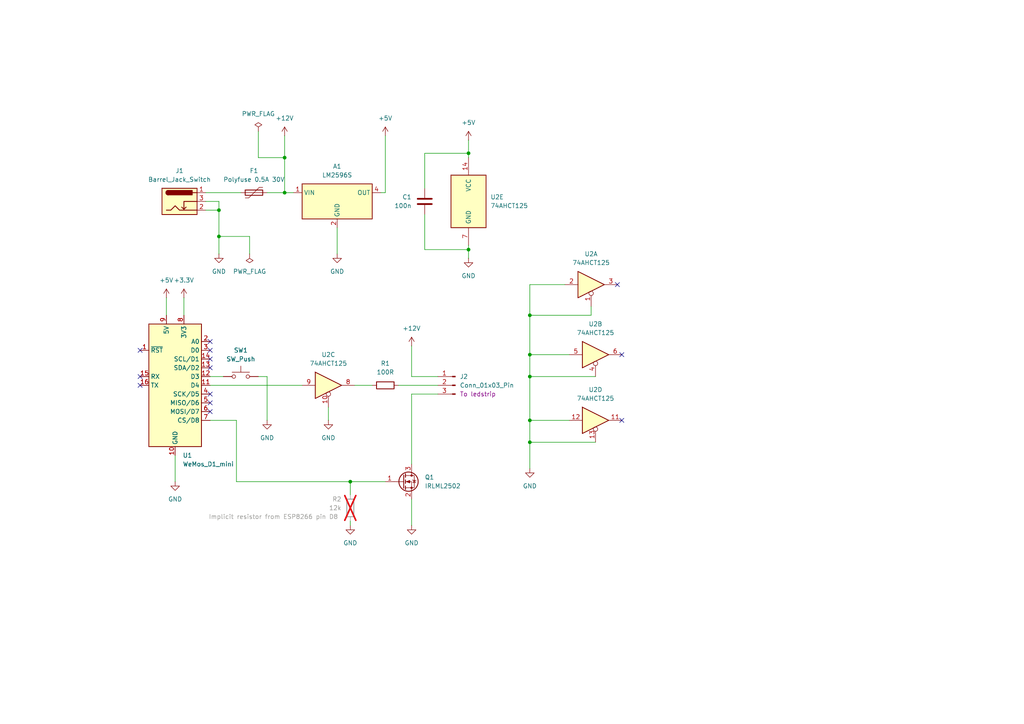
<source format=kicad_sch>
(kicad_sch
	(version 20231120)
	(generator "eeschema")
	(generator_version "8.0")
	(uuid "88104f1f-a720-408a-9d72-5780b86e7f41")
	(paper "A4")
	(lib_symbols
		(symbol "74xx:74AHCT125"
			(pin_names
				(offset 1.016)
			)
			(exclude_from_sim no)
			(in_bom yes)
			(on_board yes)
			(property "Reference" "U"
				(at 0 1.27 0)
				(effects
					(font
						(size 1.27 1.27)
					)
				)
			)
			(property "Value" "74AHCT125"
				(at 0 -1.27 0)
				(effects
					(font
						(size 1.27 1.27)
					)
				)
			)
			(property "Footprint" ""
				(at 0 0 0)
				(effects
					(font
						(size 1.27 1.27)
					)
					(hide yes)
				)
			)
			(property "Datasheet" "https://www.ti.com/lit/ds/symlink/sn74ahct125.pdf"
				(at 0 0 0)
				(effects
					(font
						(size 1.27 1.27)
					)
					(hide yes)
				)
			)
			(property "Description" "Quadruple Bus Buffer Gates With 3-State Outputs"
				(at 0 0 0)
				(effects
					(font
						(size 1.27 1.27)
					)
					(hide yes)
				)
			)
			(property "ki_locked" ""
				(at 0 0 0)
				(effects
					(font
						(size 1.27 1.27)
					)
				)
			)
			(property "ki_keywords" "buffer 3State"
				(at 0 0 0)
				(effects
					(font
						(size 1.27 1.27)
					)
					(hide yes)
				)
			)
			(property "ki_fp_filters" "DIP*W7.62mm* SO14* SSOP?14* TSSOP?14* SOIC*3.9x8.7mm*P1.27mm*"
				(at 0 0 0)
				(effects
					(font
						(size 1.27 1.27)
					)
					(hide yes)
				)
			)
			(symbol "74AHCT125_1_0"
				(polyline
					(pts
						(xy -3.81 3.81) (xy -3.81 -3.81) (xy 3.81 0) (xy -3.81 3.81)
					)
					(stroke
						(width 0.254)
						(type default)
					)
					(fill
						(type background)
					)
				)
				(pin input inverted
					(at 0 -6.35 90)
					(length 4.445)
					(name "~"
						(effects
							(font
								(size 1.27 1.27)
							)
						)
					)
					(number "1"
						(effects
							(font
								(size 1.27 1.27)
							)
						)
					)
				)
				(pin input line
					(at -7.62 0 0)
					(length 3.81)
					(name "~"
						(effects
							(font
								(size 1.27 1.27)
							)
						)
					)
					(number "2"
						(effects
							(font
								(size 1.27 1.27)
							)
						)
					)
				)
				(pin tri_state line
					(at 7.62 0 180)
					(length 3.81)
					(name "~"
						(effects
							(font
								(size 1.27 1.27)
							)
						)
					)
					(number "3"
						(effects
							(font
								(size 1.27 1.27)
							)
						)
					)
				)
			)
			(symbol "74AHCT125_2_0"
				(polyline
					(pts
						(xy -3.81 3.81) (xy -3.81 -3.81) (xy 3.81 0) (xy -3.81 3.81)
					)
					(stroke
						(width 0.254)
						(type default)
					)
					(fill
						(type background)
					)
				)
				(pin input inverted
					(at 0 -6.35 90)
					(length 4.445)
					(name "~"
						(effects
							(font
								(size 1.27 1.27)
							)
						)
					)
					(number "4"
						(effects
							(font
								(size 1.27 1.27)
							)
						)
					)
				)
				(pin input line
					(at -7.62 0 0)
					(length 3.81)
					(name "~"
						(effects
							(font
								(size 1.27 1.27)
							)
						)
					)
					(number "5"
						(effects
							(font
								(size 1.27 1.27)
							)
						)
					)
				)
				(pin tri_state line
					(at 7.62 0 180)
					(length 3.81)
					(name "~"
						(effects
							(font
								(size 1.27 1.27)
							)
						)
					)
					(number "6"
						(effects
							(font
								(size 1.27 1.27)
							)
						)
					)
				)
			)
			(symbol "74AHCT125_3_0"
				(polyline
					(pts
						(xy -3.81 3.81) (xy -3.81 -3.81) (xy 3.81 0) (xy -3.81 3.81)
					)
					(stroke
						(width 0.254)
						(type default)
					)
					(fill
						(type background)
					)
				)
				(pin input inverted
					(at 0 -6.35 90)
					(length 4.445)
					(name "~"
						(effects
							(font
								(size 1.27 1.27)
							)
						)
					)
					(number "10"
						(effects
							(font
								(size 1.27 1.27)
							)
						)
					)
				)
				(pin tri_state line
					(at 7.62 0 180)
					(length 3.81)
					(name "~"
						(effects
							(font
								(size 1.27 1.27)
							)
						)
					)
					(number "8"
						(effects
							(font
								(size 1.27 1.27)
							)
						)
					)
				)
				(pin input line
					(at -7.62 0 0)
					(length 3.81)
					(name "~"
						(effects
							(font
								(size 1.27 1.27)
							)
						)
					)
					(number "9"
						(effects
							(font
								(size 1.27 1.27)
							)
						)
					)
				)
			)
			(symbol "74AHCT125_4_0"
				(polyline
					(pts
						(xy -3.81 3.81) (xy -3.81 -3.81) (xy 3.81 0) (xy -3.81 3.81)
					)
					(stroke
						(width 0.254)
						(type default)
					)
					(fill
						(type background)
					)
				)
				(pin tri_state line
					(at 7.62 0 180)
					(length 3.81)
					(name "~"
						(effects
							(font
								(size 1.27 1.27)
							)
						)
					)
					(number "11"
						(effects
							(font
								(size 1.27 1.27)
							)
						)
					)
				)
				(pin input line
					(at -7.62 0 0)
					(length 3.81)
					(name "~"
						(effects
							(font
								(size 1.27 1.27)
							)
						)
					)
					(number "12"
						(effects
							(font
								(size 1.27 1.27)
							)
						)
					)
				)
				(pin input inverted
					(at 0 -6.35 90)
					(length 4.445)
					(name "~"
						(effects
							(font
								(size 1.27 1.27)
							)
						)
					)
					(number "13"
						(effects
							(font
								(size 1.27 1.27)
							)
						)
					)
				)
			)
			(symbol "74AHCT125_5_0"
				(pin power_in line
					(at 0 12.7 270)
					(length 5.08)
					(name "VCC"
						(effects
							(font
								(size 1.27 1.27)
							)
						)
					)
					(number "14"
						(effects
							(font
								(size 1.27 1.27)
							)
						)
					)
				)
				(pin power_in line
					(at 0 -12.7 90)
					(length 5.08)
					(name "GND"
						(effects
							(font
								(size 1.27 1.27)
							)
						)
					)
					(number "7"
						(effects
							(font
								(size 1.27 1.27)
							)
						)
					)
				)
			)
			(symbol "74AHCT125_5_1"
				(rectangle
					(start -5.08 7.62)
					(end 5.08 -7.62)
					(stroke
						(width 0.254)
						(type default)
					)
					(fill
						(type background)
					)
				)
			)
		)
		(symbol "Connector:Barrel_Jack_Switch"
			(pin_names hide)
			(exclude_from_sim no)
			(in_bom yes)
			(on_board yes)
			(property "Reference" "J"
				(at 0 5.334 0)
				(effects
					(font
						(size 1.27 1.27)
					)
				)
			)
			(property "Value" "Barrel_Jack_Switch"
				(at 0 -5.08 0)
				(effects
					(font
						(size 1.27 1.27)
					)
				)
			)
			(property "Footprint" ""
				(at 1.27 -1.016 0)
				(effects
					(font
						(size 1.27 1.27)
					)
					(hide yes)
				)
			)
			(property "Datasheet" "~"
				(at 1.27 -1.016 0)
				(effects
					(font
						(size 1.27 1.27)
					)
					(hide yes)
				)
			)
			(property "Description" "DC Barrel Jack with an internal switch"
				(at 0 0 0)
				(effects
					(font
						(size 1.27 1.27)
					)
					(hide yes)
				)
			)
			(property "ki_keywords" "DC power barrel jack connector"
				(at 0 0 0)
				(effects
					(font
						(size 1.27 1.27)
					)
					(hide yes)
				)
			)
			(property "ki_fp_filters" "BarrelJack*"
				(at 0 0 0)
				(effects
					(font
						(size 1.27 1.27)
					)
					(hide yes)
				)
			)
			(symbol "Barrel_Jack_Switch_0_1"
				(rectangle
					(start -5.08 3.81)
					(end 5.08 -3.81)
					(stroke
						(width 0.254)
						(type default)
					)
					(fill
						(type background)
					)
				)
				(arc
					(start -3.302 3.175)
					(mid -3.9343 2.54)
					(end -3.302 1.905)
					(stroke
						(width 0.254)
						(type default)
					)
					(fill
						(type none)
					)
				)
				(arc
					(start -3.302 3.175)
					(mid -3.9343 2.54)
					(end -3.302 1.905)
					(stroke
						(width 0.254)
						(type default)
					)
					(fill
						(type outline)
					)
				)
				(polyline
					(pts
						(xy 1.27 -2.286) (xy 1.905 -1.651)
					)
					(stroke
						(width 0.254)
						(type default)
					)
					(fill
						(type none)
					)
				)
				(polyline
					(pts
						(xy 5.08 2.54) (xy 3.81 2.54)
					)
					(stroke
						(width 0.254)
						(type default)
					)
					(fill
						(type none)
					)
				)
				(polyline
					(pts
						(xy 5.08 0) (xy 1.27 0) (xy 1.27 -2.286) (xy 0.635 -1.651)
					)
					(stroke
						(width 0.254)
						(type default)
					)
					(fill
						(type none)
					)
				)
				(polyline
					(pts
						(xy -3.81 -2.54) (xy -2.54 -2.54) (xy -1.27 -1.27) (xy 0 -2.54) (xy 2.54 -2.54) (xy 5.08 -2.54)
					)
					(stroke
						(width 0.254)
						(type default)
					)
					(fill
						(type none)
					)
				)
				(rectangle
					(start 3.683 3.175)
					(end -3.302 1.905)
					(stroke
						(width 0.254)
						(type default)
					)
					(fill
						(type outline)
					)
				)
			)
			(symbol "Barrel_Jack_Switch_1_1"
				(pin passive line
					(at 7.62 2.54 180)
					(length 2.54)
					(name "~"
						(effects
							(font
								(size 1.27 1.27)
							)
						)
					)
					(number "1"
						(effects
							(font
								(size 1.27 1.27)
							)
						)
					)
				)
				(pin passive line
					(at 7.62 -2.54 180)
					(length 2.54)
					(name "~"
						(effects
							(font
								(size 1.27 1.27)
							)
						)
					)
					(number "2"
						(effects
							(font
								(size 1.27 1.27)
							)
						)
					)
				)
				(pin passive line
					(at 7.62 0 180)
					(length 2.54)
					(name "~"
						(effects
							(font
								(size 1.27 1.27)
							)
						)
					)
					(number "3"
						(effects
							(font
								(size 1.27 1.27)
							)
						)
					)
				)
			)
		)
		(symbol "Connector:Conn_01x03_Pin"
			(pin_names
				(offset 1.016) hide)
			(exclude_from_sim no)
			(in_bom yes)
			(on_board yes)
			(property "Reference" "J"
				(at 0 5.08 0)
				(effects
					(font
						(size 1.27 1.27)
					)
				)
			)
			(property "Value" "Conn_01x03_Pin"
				(at 0 -5.08 0)
				(effects
					(font
						(size 1.27 1.27)
					)
				)
			)
			(property "Footprint" ""
				(at 0 0 0)
				(effects
					(font
						(size 1.27 1.27)
					)
					(hide yes)
				)
			)
			(property "Datasheet" "~"
				(at 0 0 0)
				(effects
					(font
						(size 1.27 1.27)
					)
					(hide yes)
				)
			)
			(property "Description" "Generic connector, single row, 01x03, script generated"
				(at 0 0 0)
				(effects
					(font
						(size 1.27 1.27)
					)
					(hide yes)
				)
			)
			(property "ki_locked" ""
				(at 0 0 0)
				(effects
					(font
						(size 1.27 1.27)
					)
				)
			)
			(property "ki_keywords" "connector"
				(at 0 0 0)
				(effects
					(font
						(size 1.27 1.27)
					)
					(hide yes)
				)
			)
			(property "ki_fp_filters" "Connector*:*_1x??_*"
				(at 0 0 0)
				(effects
					(font
						(size 1.27 1.27)
					)
					(hide yes)
				)
			)
			(symbol "Conn_01x03_Pin_1_1"
				(polyline
					(pts
						(xy 1.27 -2.54) (xy 0.8636 -2.54)
					)
					(stroke
						(width 0.1524)
						(type default)
					)
					(fill
						(type none)
					)
				)
				(polyline
					(pts
						(xy 1.27 0) (xy 0.8636 0)
					)
					(stroke
						(width 0.1524)
						(type default)
					)
					(fill
						(type none)
					)
				)
				(polyline
					(pts
						(xy 1.27 2.54) (xy 0.8636 2.54)
					)
					(stroke
						(width 0.1524)
						(type default)
					)
					(fill
						(type none)
					)
				)
				(rectangle
					(start 0.8636 -2.413)
					(end 0 -2.667)
					(stroke
						(width 0.1524)
						(type default)
					)
					(fill
						(type outline)
					)
				)
				(rectangle
					(start 0.8636 0.127)
					(end 0 -0.127)
					(stroke
						(width 0.1524)
						(type default)
					)
					(fill
						(type outline)
					)
				)
				(rectangle
					(start 0.8636 2.667)
					(end 0 2.413)
					(stroke
						(width 0.1524)
						(type default)
					)
					(fill
						(type outline)
					)
				)
				(pin passive line
					(at 5.08 2.54 180)
					(length 3.81)
					(name "Pin_1"
						(effects
							(font
								(size 1.27 1.27)
							)
						)
					)
					(number "1"
						(effects
							(font
								(size 1.27 1.27)
							)
						)
					)
				)
				(pin passive line
					(at 5.08 0 180)
					(length 3.81)
					(name "Pin_2"
						(effects
							(font
								(size 1.27 1.27)
							)
						)
					)
					(number "2"
						(effects
							(font
								(size 1.27 1.27)
							)
						)
					)
				)
				(pin passive line
					(at 5.08 -2.54 180)
					(length 3.81)
					(name "Pin_3"
						(effects
							(font
								(size 1.27 1.27)
							)
						)
					)
					(number "3"
						(effects
							(font
								(size 1.27 1.27)
							)
						)
					)
				)
			)
		)
		(symbol "Device:C"
			(pin_numbers hide)
			(pin_names
				(offset 0.254)
			)
			(exclude_from_sim no)
			(in_bom yes)
			(on_board yes)
			(property "Reference" "C"
				(at 0.635 2.54 0)
				(effects
					(font
						(size 1.27 1.27)
					)
					(justify left)
				)
			)
			(property "Value" "C"
				(at 0.635 -2.54 0)
				(effects
					(font
						(size 1.27 1.27)
					)
					(justify left)
				)
			)
			(property "Footprint" ""
				(at 0.9652 -3.81 0)
				(effects
					(font
						(size 1.27 1.27)
					)
					(hide yes)
				)
			)
			(property "Datasheet" "~"
				(at 0 0 0)
				(effects
					(font
						(size 1.27 1.27)
					)
					(hide yes)
				)
			)
			(property "Description" "Unpolarized capacitor"
				(at 0 0 0)
				(effects
					(font
						(size 1.27 1.27)
					)
					(hide yes)
				)
			)
			(property "ki_keywords" "cap capacitor"
				(at 0 0 0)
				(effects
					(font
						(size 1.27 1.27)
					)
					(hide yes)
				)
			)
			(property "ki_fp_filters" "C_*"
				(at 0 0 0)
				(effects
					(font
						(size 1.27 1.27)
					)
					(hide yes)
				)
			)
			(symbol "C_0_1"
				(polyline
					(pts
						(xy -2.032 -0.762) (xy 2.032 -0.762)
					)
					(stroke
						(width 0.508)
						(type default)
					)
					(fill
						(type none)
					)
				)
				(polyline
					(pts
						(xy -2.032 0.762) (xy 2.032 0.762)
					)
					(stroke
						(width 0.508)
						(type default)
					)
					(fill
						(type none)
					)
				)
			)
			(symbol "C_1_1"
				(pin passive line
					(at 0 3.81 270)
					(length 2.794)
					(name "~"
						(effects
							(font
								(size 1.27 1.27)
							)
						)
					)
					(number "1"
						(effects
							(font
								(size 1.27 1.27)
							)
						)
					)
				)
				(pin passive line
					(at 0 -3.81 90)
					(length 2.794)
					(name "~"
						(effects
							(font
								(size 1.27 1.27)
							)
						)
					)
					(number "2"
						(effects
							(font
								(size 1.27 1.27)
							)
						)
					)
				)
			)
		)
		(symbol "Device:Polyfuse"
			(pin_numbers hide)
			(pin_names
				(offset 0)
			)
			(exclude_from_sim no)
			(in_bom yes)
			(on_board yes)
			(property "Reference" "F"
				(at -2.54 0 90)
				(effects
					(font
						(size 1.27 1.27)
					)
				)
			)
			(property "Value" "Polyfuse"
				(at 2.54 0 90)
				(effects
					(font
						(size 1.27 1.27)
					)
				)
			)
			(property "Footprint" ""
				(at 1.27 -5.08 0)
				(effects
					(font
						(size 1.27 1.27)
					)
					(justify left)
					(hide yes)
				)
			)
			(property "Datasheet" "~"
				(at 0 0 0)
				(effects
					(font
						(size 1.27 1.27)
					)
					(hide yes)
				)
			)
			(property "Description" "Resettable fuse, polymeric positive temperature coefficient"
				(at 0 0 0)
				(effects
					(font
						(size 1.27 1.27)
					)
					(hide yes)
				)
			)
			(property "ki_keywords" "resettable fuse PTC PPTC polyfuse polyswitch"
				(at 0 0 0)
				(effects
					(font
						(size 1.27 1.27)
					)
					(hide yes)
				)
			)
			(property "ki_fp_filters" "*polyfuse* *PTC*"
				(at 0 0 0)
				(effects
					(font
						(size 1.27 1.27)
					)
					(hide yes)
				)
			)
			(symbol "Polyfuse_0_1"
				(rectangle
					(start -0.762 2.54)
					(end 0.762 -2.54)
					(stroke
						(width 0.254)
						(type default)
					)
					(fill
						(type none)
					)
				)
				(polyline
					(pts
						(xy 0 2.54) (xy 0 -2.54)
					)
					(stroke
						(width 0)
						(type default)
					)
					(fill
						(type none)
					)
				)
				(polyline
					(pts
						(xy -1.524 2.54) (xy -1.524 1.524) (xy 1.524 -1.524) (xy 1.524 -2.54)
					)
					(stroke
						(width 0)
						(type default)
					)
					(fill
						(type none)
					)
				)
			)
			(symbol "Polyfuse_1_1"
				(pin passive line
					(at 0 3.81 270)
					(length 1.27)
					(name "~"
						(effects
							(font
								(size 1.27 1.27)
							)
						)
					)
					(number "1"
						(effects
							(font
								(size 1.27 1.27)
							)
						)
					)
				)
				(pin passive line
					(at 0 -3.81 90)
					(length 1.27)
					(name "~"
						(effects
							(font
								(size 1.27 1.27)
							)
						)
					)
					(number "2"
						(effects
							(font
								(size 1.27 1.27)
							)
						)
					)
				)
			)
		)
		(symbol "Device:R"
			(pin_numbers hide)
			(pin_names
				(offset 0)
			)
			(exclude_from_sim no)
			(in_bom yes)
			(on_board yes)
			(property "Reference" "R"
				(at 2.032 0 90)
				(effects
					(font
						(size 1.27 1.27)
					)
				)
			)
			(property "Value" "R"
				(at 0 0 90)
				(effects
					(font
						(size 1.27 1.27)
					)
				)
			)
			(property "Footprint" ""
				(at -1.778 0 90)
				(effects
					(font
						(size 1.27 1.27)
					)
					(hide yes)
				)
			)
			(property "Datasheet" "~"
				(at 0 0 0)
				(effects
					(font
						(size 1.27 1.27)
					)
					(hide yes)
				)
			)
			(property "Description" "Resistor"
				(at 0 0 0)
				(effects
					(font
						(size 1.27 1.27)
					)
					(hide yes)
				)
			)
			(property "ki_keywords" "R res resistor"
				(at 0 0 0)
				(effects
					(font
						(size 1.27 1.27)
					)
					(hide yes)
				)
			)
			(property "ki_fp_filters" "R_*"
				(at 0 0 0)
				(effects
					(font
						(size 1.27 1.27)
					)
					(hide yes)
				)
			)
			(symbol "R_0_1"
				(rectangle
					(start -1.016 -2.54)
					(end 1.016 2.54)
					(stroke
						(width 0.254)
						(type default)
					)
					(fill
						(type none)
					)
				)
			)
			(symbol "R_1_1"
				(pin passive line
					(at 0 3.81 270)
					(length 1.27)
					(name "~"
						(effects
							(font
								(size 1.27 1.27)
							)
						)
					)
					(number "1"
						(effects
							(font
								(size 1.27 1.27)
							)
						)
					)
				)
				(pin passive line
					(at 0 -3.81 90)
					(length 1.27)
					(name "~"
						(effects
							(font
								(size 1.27 1.27)
							)
						)
					)
					(number "2"
						(effects
							(font
								(size 1.27 1.27)
							)
						)
					)
				)
			)
		)
		(symbol "MCU_Module:WeMos_D1_mini"
			(exclude_from_sim no)
			(in_bom yes)
			(on_board yes)
			(property "Reference" "U"
				(at 3.81 19.05 0)
				(effects
					(font
						(size 1.27 1.27)
					)
					(justify left)
				)
			)
			(property "Value" "WeMos_D1_mini"
				(at 1.27 -19.05 0)
				(effects
					(font
						(size 1.27 1.27)
					)
					(justify left)
				)
			)
			(property "Footprint" "Module:WEMOS_D1_mini_light"
				(at 0 -29.21 0)
				(effects
					(font
						(size 1.27 1.27)
					)
					(hide yes)
				)
			)
			(property "Datasheet" "https://wiki.wemos.cc/products:d1:d1_mini#documentation"
				(at -46.99 -29.21 0)
				(effects
					(font
						(size 1.27 1.27)
					)
					(hide yes)
				)
			)
			(property "Description" "32-bit microcontroller module with WiFi"
				(at 0 0 0)
				(effects
					(font
						(size 1.27 1.27)
					)
					(hide yes)
				)
			)
			(property "ki_keywords" "ESP8266 WiFi microcontroller ESP8266EX"
				(at 0 0 0)
				(effects
					(font
						(size 1.27 1.27)
					)
					(hide yes)
				)
			)
			(property "ki_fp_filters" "WEMOS*D1*mini*"
				(at 0 0 0)
				(effects
					(font
						(size 1.27 1.27)
					)
					(hide yes)
				)
			)
			(symbol "WeMos_D1_mini_1_1"
				(rectangle
					(start -7.62 17.78)
					(end 7.62 -17.78)
					(stroke
						(width 0.254)
						(type default)
					)
					(fill
						(type background)
					)
				)
				(pin input line
					(at -10.16 10.16 0)
					(length 2.54)
					(name "~{RST}"
						(effects
							(font
								(size 1.27 1.27)
							)
						)
					)
					(number "1"
						(effects
							(font
								(size 1.27 1.27)
							)
						)
					)
				)
				(pin power_in line
					(at 0 -20.32 90)
					(length 2.54)
					(name "GND"
						(effects
							(font
								(size 1.27 1.27)
							)
						)
					)
					(number "10"
						(effects
							(font
								(size 1.27 1.27)
							)
						)
					)
				)
				(pin bidirectional line
					(at 10.16 0 180)
					(length 2.54)
					(name "D4"
						(effects
							(font
								(size 1.27 1.27)
							)
						)
					)
					(number "11"
						(effects
							(font
								(size 1.27 1.27)
							)
						)
					)
				)
				(pin bidirectional line
					(at 10.16 2.54 180)
					(length 2.54)
					(name "D3"
						(effects
							(font
								(size 1.27 1.27)
							)
						)
					)
					(number "12"
						(effects
							(font
								(size 1.27 1.27)
							)
						)
					)
				)
				(pin bidirectional line
					(at 10.16 5.08 180)
					(length 2.54)
					(name "SDA/D2"
						(effects
							(font
								(size 1.27 1.27)
							)
						)
					)
					(number "13"
						(effects
							(font
								(size 1.27 1.27)
							)
						)
					)
				)
				(pin bidirectional line
					(at 10.16 7.62 180)
					(length 2.54)
					(name "SCL/D1"
						(effects
							(font
								(size 1.27 1.27)
							)
						)
					)
					(number "14"
						(effects
							(font
								(size 1.27 1.27)
							)
						)
					)
				)
				(pin input line
					(at -10.16 2.54 0)
					(length 2.54)
					(name "RX"
						(effects
							(font
								(size 1.27 1.27)
							)
						)
					)
					(number "15"
						(effects
							(font
								(size 1.27 1.27)
							)
						)
					)
				)
				(pin output line
					(at -10.16 0 0)
					(length 2.54)
					(name "TX"
						(effects
							(font
								(size 1.27 1.27)
							)
						)
					)
					(number "16"
						(effects
							(font
								(size 1.27 1.27)
							)
						)
					)
				)
				(pin input line
					(at 10.16 12.7 180)
					(length 2.54)
					(name "A0"
						(effects
							(font
								(size 1.27 1.27)
							)
						)
					)
					(number "2"
						(effects
							(font
								(size 1.27 1.27)
							)
						)
					)
				)
				(pin bidirectional line
					(at 10.16 10.16 180)
					(length 2.54)
					(name "D0"
						(effects
							(font
								(size 1.27 1.27)
							)
						)
					)
					(number "3"
						(effects
							(font
								(size 1.27 1.27)
							)
						)
					)
				)
				(pin bidirectional line
					(at 10.16 -2.54 180)
					(length 2.54)
					(name "SCK/D5"
						(effects
							(font
								(size 1.27 1.27)
							)
						)
					)
					(number "4"
						(effects
							(font
								(size 1.27 1.27)
							)
						)
					)
				)
				(pin bidirectional line
					(at 10.16 -5.08 180)
					(length 2.54)
					(name "MISO/D6"
						(effects
							(font
								(size 1.27 1.27)
							)
						)
					)
					(number "5"
						(effects
							(font
								(size 1.27 1.27)
							)
						)
					)
				)
				(pin bidirectional line
					(at 10.16 -7.62 180)
					(length 2.54)
					(name "MOSI/D7"
						(effects
							(font
								(size 1.27 1.27)
							)
						)
					)
					(number "6"
						(effects
							(font
								(size 1.27 1.27)
							)
						)
					)
				)
				(pin bidirectional line
					(at 10.16 -10.16 180)
					(length 2.54)
					(name "CS/D8"
						(effects
							(font
								(size 1.27 1.27)
							)
						)
					)
					(number "7"
						(effects
							(font
								(size 1.27 1.27)
							)
						)
					)
				)
				(pin power_out line
					(at 2.54 20.32 270)
					(length 2.54)
					(name "3V3"
						(effects
							(font
								(size 1.27 1.27)
							)
						)
					)
					(number "8"
						(effects
							(font
								(size 1.27 1.27)
							)
						)
					)
				)
				(pin power_in line
					(at -2.54 20.32 270)
					(length 2.54)
					(name "5V"
						(effects
							(font
								(size 1.27 1.27)
							)
						)
					)
					(number "9"
						(effects
							(font
								(size 1.27 1.27)
							)
						)
					)
				)
			)
		)
		(symbol "Module-extra:LM2596S"
			(exclude_from_sim no)
			(in_bom yes)
			(on_board yes)
			(property "Reference" "A"
				(at -10.16 6.35 0)
				(effects
					(font
						(size 1.27 1.27)
					)
					(justify left)
				)
			)
			(property "Value" "LM2596S"
				(at -5.08 6.35 0)
				(effects
					(font
						(size 1.27 1.27)
					)
					(justify left)
				)
			)
			(property "Footprint" "Module-extra:LM2596S"
				(at 1.27 -6.35 0)
				(effects
					(font
						(size 1.27 1.27)
						(italic yes)
					)
					(justify left)
					(hide yes)
				)
			)
			(property "Datasheet" "http://www.ti.com.cn/cn/lit/ds/symlink/lm2595.pdf"
				(at 0 0 0)
				(effects
					(font
						(size 1.27 1.27)
					)
					(hide yes)
				)
			)
			(property "Description" "1A Step-Down Voltage Regulator"
				(at 0 0 0)
				(effects
					(font
						(size 1.27 1.27)
					)
					(hide yes)
				)
			)
			(property "ki_keywords" "Step-Down Voltage Regulator 1A"
				(at 0 0 0)
				(effects
					(font
						(size 1.27 1.27)
					)
					(hide yes)
				)
			)
			(property "ki_fp_filters" "TO?263*"
				(at 0 0 0)
				(effects
					(font
						(size 1.27 1.27)
					)
					(hide yes)
				)
			)
			(symbol "LM2596S_0_1"
				(rectangle
					(start -10.16 5.08)
					(end 10.16 -5.08)
					(stroke
						(width 0.254)
						(type default)
					)
					(fill
						(type background)
					)
				)
			)
			(symbol "LM2596S_1_1"
				(pin power_in line
					(at -12.7 2.54 0)
					(length 2.54)
					(name "VIN"
						(effects
							(font
								(size 1.27 1.27)
							)
						)
					)
					(number "1"
						(effects
							(font
								(size 1.27 1.27)
							)
						)
					)
				)
				(pin power_in line
					(at 0 -7.62 90)
					(length 2.54)
					(name "GND"
						(effects
							(font
								(size 1.27 1.27)
							)
						)
					)
					(number "2"
						(effects
							(font
								(size 1.27 1.27)
							)
						)
					)
				)
				(pin passive line
					(at 0 -7.62 90)
					(length 2.54) hide
					(name "GND"
						(effects
							(font
								(size 1.27 1.27)
							)
						)
					)
					(number "3"
						(effects
							(font
								(size 1.27 1.27)
							)
						)
					)
				)
				(pin power_out line
					(at 12.7 2.54 180)
					(length 2.54)
					(name "OUT"
						(effects
							(font
								(size 1.27 1.27)
							)
						)
					)
					(number "4"
						(effects
							(font
								(size 1.27 1.27)
							)
						)
					)
				)
			)
		)
		(symbol "Switch:SW_Push"
			(pin_numbers hide)
			(pin_names
				(offset 1.016) hide)
			(exclude_from_sim no)
			(in_bom yes)
			(on_board yes)
			(property "Reference" "SW"
				(at 1.27 2.54 0)
				(effects
					(font
						(size 1.27 1.27)
					)
					(justify left)
				)
			)
			(property "Value" "SW_Push"
				(at 0 -1.524 0)
				(effects
					(font
						(size 1.27 1.27)
					)
				)
			)
			(property "Footprint" ""
				(at 0 5.08 0)
				(effects
					(font
						(size 1.27 1.27)
					)
					(hide yes)
				)
			)
			(property "Datasheet" "~"
				(at 0 5.08 0)
				(effects
					(font
						(size 1.27 1.27)
					)
					(hide yes)
				)
			)
			(property "Description" "Push button switch, generic, two pins"
				(at 0 0 0)
				(effects
					(font
						(size 1.27 1.27)
					)
					(hide yes)
				)
			)
			(property "ki_keywords" "switch normally-open pushbutton push-button"
				(at 0 0 0)
				(effects
					(font
						(size 1.27 1.27)
					)
					(hide yes)
				)
			)
			(symbol "SW_Push_0_1"
				(circle
					(center -2.032 0)
					(radius 0.508)
					(stroke
						(width 0)
						(type default)
					)
					(fill
						(type none)
					)
				)
				(polyline
					(pts
						(xy 0 1.27) (xy 0 3.048)
					)
					(stroke
						(width 0)
						(type default)
					)
					(fill
						(type none)
					)
				)
				(polyline
					(pts
						(xy 2.54 1.27) (xy -2.54 1.27)
					)
					(stroke
						(width 0)
						(type default)
					)
					(fill
						(type none)
					)
				)
				(circle
					(center 2.032 0)
					(radius 0.508)
					(stroke
						(width 0)
						(type default)
					)
					(fill
						(type none)
					)
				)
				(pin passive line
					(at -5.08 0 0)
					(length 2.54)
					(name "1"
						(effects
							(font
								(size 1.27 1.27)
							)
						)
					)
					(number "1"
						(effects
							(font
								(size 1.27 1.27)
							)
						)
					)
				)
				(pin passive line
					(at 5.08 0 180)
					(length 2.54)
					(name "2"
						(effects
							(font
								(size 1.27 1.27)
							)
						)
					)
					(number "2"
						(effects
							(font
								(size 1.27 1.27)
							)
						)
					)
				)
			)
		)
		(symbol "Transistor_FET:IRLML0030"
			(pin_names hide)
			(exclude_from_sim no)
			(in_bom yes)
			(on_board yes)
			(property "Reference" "Q"
				(at 5.08 1.905 0)
				(effects
					(font
						(size 1.27 1.27)
					)
					(justify left)
				)
			)
			(property "Value" "IRLML0030"
				(at 5.08 0 0)
				(effects
					(font
						(size 1.27 1.27)
					)
					(justify left)
				)
			)
			(property "Footprint" "Package_TO_SOT_SMD:SOT-23"
				(at 5.08 -1.905 0)
				(effects
					(font
						(size 1.27 1.27)
						(italic yes)
					)
					(justify left)
					(hide yes)
				)
			)
			(property "Datasheet" "https://www.infineon.com/dgdl/irlml0030pbf.pdf?fileId=5546d462533600a401535664773825df"
				(at 5.08 -3.81 0)
				(effects
					(font
						(size 1.27 1.27)
					)
					(justify left)
					(hide yes)
				)
			)
			(property "Description" "5.3A Id, 30V Vds, 27mOhm Rds, N-Channel HEXFET Power MOSFET, SOT-23"
				(at 0 0 0)
				(effects
					(font
						(size 1.27 1.27)
					)
					(hide yes)
				)
			)
			(property "ki_keywords" "N-Channel HEXFET MOSFET Logic-Level"
				(at 0 0 0)
				(effects
					(font
						(size 1.27 1.27)
					)
					(hide yes)
				)
			)
			(property "ki_fp_filters" "SOT?23*"
				(at 0 0 0)
				(effects
					(font
						(size 1.27 1.27)
					)
					(hide yes)
				)
			)
			(symbol "IRLML0030_0_1"
				(polyline
					(pts
						(xy 0.254 0) (xy -2.54 0)
					)
					(stroke
						(width 0)
						(type default)
					)
					(fill
						(type none)
					)
				)
				(polyline
					(pts
						(xy 0.254 1.905) (xy 0.254 -1.905)
					)
					(stroke
						(width 0.254)
						(type default)
					)
					(fill
						(type none)
					)
				)
				(polyline
					(pts
						(xy 0.762 -1.27) (xy 0.762 -2.286)
					)
					(stroke
						(width 0.254)
						(type default)
					)
					(fill
						(type none)
					)
				)
				(polyline
					(pts
						(xy 0.762 0.508) (xy 0.762 -0.508)
					)
					(stroke
						(width 0.254)
						(type default)
					)
					(fill
						(type none)
					)
				)
				(polyline
					(pts
						(xy 0.762 2.286) (xy 0.762 1.27)
					)
					(stroke
						(width 0.254)
						(type default)
					)
					(fill
						(type none)
					)
				)
				(polyline
					(pts
						(xy 2.54 2.54) (xy 2.54 1.778)
					)
					(stroke
						(width 0)
						(type default)
					)
					(fill
						(type none)
					)
				)
				(polyline
					(pts
						(xy 2.54 -2.54) (xy 2.54 0) (xy 0.762 0)
					)
					(stroke
						(width 0)
						(type default)
					)
					(fill
						(type none)
					)
				)
				(polyline
					(pts
						(xy 0.762 -1.778) (xy 3.302 -1.778) (xy 3.302 1.778) (xy 0.762 1.778)
					)
					(stroke
						(width 0)
						(type default)
					)
					(fill
						(type none)
					)
				)
				(polyline
					(pts
						(xy 1.016 0) (xy 2.032 0.381) (xy 2.032 -0.381) (xy 1.016 0)
					)
					(stroke
						(width 0)
						(type default)
					)
					(fill
						(type outline)
					)
				)
				(polyline
					(pts
						(xy 2.794 0.508) (xy 2.921 0.381) (xy 3.683 0.381) (xy 3.81 0.254)
					)
					(stroke
						(width 0)
						(type default)
					)
					(fill
						(type none)
					)
				)
				(polyline
					(pts
						(xy 3.302 0.381) (xy 2.921 -0.254) (xy 3.683 -0.254) (xy 3.302 0.381)
					)
					(stroke
						(width 0)
						(type default)
					)
					(fill
						(type none)
					)
				)
				(circle
					(center 1.651 0)
					(radius 2.794)
					(stroke
						(width 0.254)
						(type default)
					)
					(fill
						(type none)
					)
				)
				(circle
					(center 2.54 -1.778)
					(radius 0.254)
					(stroke
						(width 0)
						(type default)
					)
					(fill
						(type outline)
					)
				)
				(circle
					(center 2.54 1.778)
					(radius 0.254)
					(stroke
						(width 0)
						(type default)
					)
					(fill
						(type outline)
					)
				)
			)
			(symbol "IRLML0030_1_1"
				(pin input line
					(at -5.08 0 0)
					(length 2.54)
					(name "G"
						(effects
							(font
								(size 1.27 1.27)
							)
						)
					)
					(number "1"
						(effects
							(font
								(size 1.27 1.27)
							)
						)
					)
				)
				(pin passive line
					(at 2.54 -5.08 90)
					(length 2.54)
					(name "S"
						(effects
							(font
								(size 1.27 1.27)
							)
						)
					)
					(number "2"
						(effects
							(font
								(size 1.27 1.27)
							)
						)
					)
				)
				(pin passive line
					(at 2.54 5.08 270)
					(length 2.54)
					(name "D"
						(effects
							(font
								(size 1.27 1.27)
							)
						)
					)
					(number "3"
						(effects
							(font
								(size 1.27 1.27)
							)
						)
					)
				)
			)
		)
		(symbol "power:+12V"
			(power)
			(pin_numbers hide)
			(pin_names
				(offset 0) hide)
			(exclude_from_sim no)
			(in_bom yes)
			(on_board yes)
			(property "Reference" "#PWR"
				(at 0 -3.81 0)
				(effects
					(font
						(size 1.27 1.27)
					)
					(hide yes)
				)
			)
			(property "Value" "+12V"
				(at 0 3.556 0)
				(effects
					(font
						(size 1.27 1.27)
					)
				)
			)
			(property "Footprint" ""
				(at 0 0 0)
				(effects
					(font
						(size 1.27 1.27)
					)
					(hide yes)
				)
			)
			(property "Datasheet" ""
				(at 0 0 0)
				(effects
					(font
						(size 1.27 1.27)
					)
					(hide yes)
				)
			)
			(property "Description" "Power symbol creates a global label with name \"+12V\""
				(at 0 0 0)
				(effects
					(font
						(size 1.27 1.27)
					)
					(hide yes)
				)
			)
			(property "ki_keywords" "global power"
				(at 0 0 0)
				(effects
					(font
						(size 1.27 1.27)
					)
					(hide yes)
				)
			)
			(symbol "+12V_0_1"
				(polyline
					(pts
						(xy -0.762 1.27) (xy 0 2.54)
					)
					(stroke
						(width 0)
						(type default)
					)
					(fill
						(type none)
					)
				)
				(polyline
					(pts
						(xy 0 0) (xy 0 2.54)
					)
					(stroke
						(width 0)
						(type default)
					)
					(fill
						(type none)
					)
				)
				(polyline
					(pts
						(xy 0 2.54) (xy 0.762 1.27)
					)
					(stroke
						(width 0)
						(type default)
					)
					(fill
						(type none)
					)
				)
			)
			(symbol "+12V_1_1"
				(pin power_in line
					(at 0 0 90)
					(length 0)
					(name "~"
						(effects
							(font
								(size 1.27 1.27)
							)
						)
					)
					(number "1"
						(effects
							(font
								(size 1.27 1.27)
							)
						)
					)
				)
			)
		)
		(symbol "power:+3.3V"
			(power)
			(pin_numbers hide)
			(pin_names
				(offset 0) hide)
			(exclude_from_sim no)
			(in_bom yes)
			(on_board yes)
			(property "Reference" "#PWR"
				(at 0 -3.81 0)
				(effects
					(font
						(size 1.27 1.27)
					)
					(hide yes)
				)
			)
			(property "Value" "+3.3V"
				(at 0 3.556 0)
				(effects
					(font
						(size 1.27 1.27)
					)
				)
			)
			(property "Footprint" ""
				(at 0 0 0)
				(effects
					(font
						(size 1.27 1.27)
					)
					(hide yes)
				)
			)
			(property "Datasheet" ""
				(at 0 0 0)
				(effects
					(font
						(size 1.27 1.27)
					)
					(hide yes)
				)
			)
			(property "Description" "Power symbol creates a global label with name \"+3.3V\""
				(at 0 0 0)
				(effects
					(font
						(size 1.27 1.27)
					)
					(hide yes)
				)
			)
			(property "ki_keywords" "global power"
				(at 0 0 0)
				(effects
					(font
						(size 1.27 1.27)
					)
					(hide yes)
				)
			)
			(symbol "+3.3V_0_1"
				(polyline
					(pts
						(xy -0.762 1.27) (xy 0 2.54)
					)
					(stroke
						(width 0)
						(type default)
					)
					(fill
						(type none)
					)
				)
				(polyline
					(pts
						(xy 0 0) (xy 0 2.54)
					)
					(stroke
						(width 0)
						(type default)
					)
					(fill
						(type none)
					)
				)
				(polyline
					(pts
						(xy 0 2.54) (xy 0.762 1.27)
					)
					(stroke
						(width 0)
						(type default)
					)
					(fill
						(type none)
					)
				)
			)
			(symbol "+3.3V_1_1"
				(pin power_in line
					(at 0 0 90)
					(length 0)
					(name "~"
						(effects
							(font
								(size 1.27 1.27)
							)
						)
					)
					(number "1"
						(effects
							(font
								(size 1.27 1.27)
							)
						)
					)
				)
			)
		)
		(symbol "power:+5V"
			(power)
			(pin_numbers hide)
			(pin_names
				(offset 0) hide)
			(exclude_from_sim no)
			(in_bom yes)
			(on_board yes)
			(property "Reference" "#PWR"
				(at 0 -3.81 0)
				(effects
					(font
						(size 1.27 1.27)
					)
					(hide yes)
				)
			)
			(property "Value" "+5V"
				(at 0 3.556 0)
				(effects
					(font
						(size 1.27 1.27)
					)
				)
			)
			(property "Footprint" ""
				(at 0 0 0)
				(effects
					(font
						(size 1.27 1.27)
					)
					(hide yes)
				)
			)
			(property "Datasheet" ""
				(at 0 0 0)
				(effects
					(font
						(size 1.27 1.27)
					)
					(hide yes)
				)
			)
			(property "Description" "Power symbol creates a global label with name \"+5V\""
				(at 0 0 0)
				(effects
					(font
						(size 1.27 1.27)
					)
					(hide yes)
				)
			)
			(property "ki_keywords" "global power"
				(at 0 0 0)
				(effects
					(font
						(size 1.27 1.27)
					)
					(hide yes)
				)
			)
			(symbol "+5V_0_1"
				(polyline
					(pts
						(xy -0.762 1.27) (xy 0 2.54)
					)
					(stroke
						(width 0)
						(type default)
					)
					(fill
						(type none)
					)
				)
				(polyline
					(pts
						(xy 0 0) (xy 0 2.54)
					)
					(stroke
						(width 0)
						(type default)
					)
					(fill
						(type none)
					)
				)
				(polyline
					(pts
						(xy 0 2.54) (xy 0.762 1.27)
					)
					(stroke
						(width 0)
						(type default)
					)
					(fill
						(type none)
					)
				)
			)
			(symbol "+5V_1_1"
				(pin power_in line
					(at 0 0 90)
					(length 0)
					(name "~"
						(effects
							(font
								(size 1.27 1.27)
							)
						)
					)
					(number "1"
						(effects
							(font
								(size 1.27 1.27)
							)
						)
					)
				)
			)
		)
		(symbol "power:GND"
			(power)
			(pin_numbers hide)
			(pin_names
				(offset 0) hide)
			(exclude_from_sim no)
			(in_bom yes)
			(on_board yes)
			(property "Reference" "#PWR"
				(at 0 -6.35 0)
				(effects
					(font
						(size 1.27 1.27)
					)
					(hide yes)
				)
			)
			(property "Value" "GND"
				(at 0 -3.81 0)
				(effects
					(font
						(size 1.27 1.27)
					)
				)
			)
			(property "Footprint" ""
				(at 0 0 0)
				(effects
					(font
						(size 1.27 1.27)
					)
					(hide yes)
				)
			)
			(property "Datasheet" ""
				(at 0 0 0)
				(effects
					(font
						(size 1.27 1.27)
					)
					(hide yes)
				)
			)
			(property "Description" "Power symbol creates a global label with name \"GND\" , ground"
				(at 0 0 0)
				(effects
					(font
						(size 1.27 1.27)
					)
					(hide yes)
				)
			)
			(property "ki_keywords" "global power"
				(at 0 0 0)
				(effects
					(font
						(size 1.27 1.27)
					)
					(hide yes)
				)
			)
			(symbol "GND_0_1"
				(polyline
					(pts
						(xy 0 0) (xy 0 -1.27) (xy 1.27 -1.27) (xy 0 -2.54) (xy -1.27 -1.27) (xy 0 -1.27)
					)
					(stroke
						(width 0)
						(type default)
					)
					(fill
						(type none)
					)
				)
			)
			(symbol "GND_1_1"
				(pin power_in line
					(at 0 0 270)
					(length 0)
					(name "~"
						(effects
							(font
								(size 1.27 1.27)
							)
						)
					)
					(number "1"
						(effects
							(font
								(size 1.27 1.27)
							)
						)
					)
				)
			)
		)
		(symbol "power:PWR_FLAG"
			(power)
			(pin_numbers hide)
			(pin_names
				(offset 0) hide)
			(exclude_from_sim no)
			(in_bom yes)
			(on_board yes)
			(property "Reference" "#FLG"
				(at 0 1.905 0)
				(effects
					(font
						(size 1.27 1.27)
					)
					(hide yes)
				)
			)
			(property "Value" "PWR_FLAG"
				(at 0 3.81 0)
				(effects
					(font
						(size 1.27 1.27)
					)
				)
			)
			(property "Footprint" ""
				(at 0 0 0)
				(effects
					(font
						(size 1.27 1.27)
					)
					(hide yes)
				)
			)
			(property "Datasheet" "~"
				(at 0 0 0)
				(effects
					(font
						(size 1.27 1.27)
					)
					(hide yes)
				)
			)
			(property "Description" "Special symbol for telling ERC where power comes from"
				(at 0 0 0)
				(effects
					(font
						(size 1.27 1.27)
					)
					(hide yes)
				)
			)
			(property "ki_keywords" "flag power"
				(at 0 0 0)
				(effects
					(font
						(size 1.27 1.27)
					)
					(hide yes)
				)
			)
			(symbol "PWR_FLAG_0_0"
				(pin power_out line
					(at 0 0 90)
					(length 0)
					(name "~"
						(effects
							(font
								(size 1.27 1.27)
							)
						)
					)
					(number "1"
						(effects
							(font
								(size 1.27 1.27)
							)
						)
					)
				)
			)
			(symbol "PWR_FLAG_0_1"
				(polyline
					(pts
						(xy 0 0) (xy 0 1.27) (xy -1.016 1.905) (xy 0 2.54) (xy 1.016 1.905) (xy 0 1.27)
					)
					(stroke
						(width 0)
						(type default)
					)
					(fill
						(type none)
					)
				)
			)
		)
	)
	(junction
		(at 63.5 60.96)
		(diameter 0)
		(color 0 0 0 0)
		(uuid "0cf63f7b-ceab-42b8-a504-5a72a77f6ad6")
	)
	(junction
		(at 63.5 68.58)
		(diameter 0)
		(color 0 0 0 0)
		(uuid "1b23ec0f-0e15-4769-a9c3-5cdcb8e3f0d6")
	)
	(junction
		(at 153.67 128.27)
		(diameter 0)
		(color 0 0 0 0)
		(uuid "3a3fe8a7-5366-4e1e-840b-26aaef6c7036")
	)
	(junction
		(at 153.67 109.22)
		(diameter 0)
		(color 0 0 0 0)
		(uuid "5d0016d4-2594-48b4-8950-d209add964a2")
	)
	(junction
		(at 101.6 139.7)
		(diameter 0)
		(color 0 0 0 0)
		(uuid "623784a5-9030-47d0-92a4-d0b92409b54d")
	)
	(junction
		(at 135.89 72.39)
		(diameter 0)
		(color 0 0 0 0)
		(uuid "63770239-6118-450f-85aa-4133619ffcfb")
	)
	(junction
		(at 153.67 91.44)
		(diameter 0)
		(color 0 0 0 0)
		(uuid "67d07717-a82f-47b4-8ca8-db6ea2f7cb35")
	)
	(junction
		(at 153.67 121.92)
		(diameter 0)
		(color 0 0 0 0)
		(uuid "925020d7-6e1f-49ab-849b-2a0f425e8daa")
	)
	(junction
		(at 135.89 44.45)
		(diameter 0)
		(color 0 0 0 0)
		(uuid "ac4d1d2e-987c-428d-a694-0c605950c72a")
	)
	(junction
		(at 153.67 102.87)
		(diameter 0)
		(color 0 0 0 0)
		(uuid "d55e7e8b-5dcf-4305-bbae-7c8ac944d709")
	)
	(junction
		(at 82.55 55.88)
		(diameter 0)
		(color 0 0 0 0)
		(uuid "d61e03dc-9a43-412d-a690-1961703d3521")
	)
	(junction
		(at 82.55 45.72)
		(diameter 0)
		(color 0 0 0 0)
		(uuid "daa7d1a4-ad45-4a6b-a9a8-51cf5da2bfec")
	)
	(no_connect
		(at 60.96 101.6)
		(uuid "148ab7ed-19a1-429d-b93a-1c2b9c825203")
	)
	(no_connect
		(at 60.96 99.06)
		(uuid "3ef0aa73-1a65-45e4-a829-f0bb24eda86a")
	)
	(no_connect
		(at 179.07 82.55)
		(uuid "4b0e58a3-6498-4f85-83de-0d051ad13db1")
	)
	(no_connect
		(at 180.34 102.87)
		(uuid "50559ee7-67a9-4011-ae23-19b642339401")
	)
	(no_connect
		(at 40.64 111.76)
		(uuid "5544fbec-3e32-4b4e-a4d0-b7c21760ccb1")
	)
	(no_connect
		(at 60.96 106.68)
		(uuid "6aed5e39-e51c-4a28-bdd8-ea54a23e1706")
	)
	(no_connect
		(at 60.96 116.84)
		(uuid "875c4291-00b4-4f8e-8147-f0376b13fbed")
	)
	(no_connect
		(at 40.64 101.6)
		(uuid "89841a35-cf16-4109-90ab-e574a77be71e")
	)
	(no_connect
		(at 40.64 109.22)
		(uuid "97fec427-e1fb-435f-925e-bb69249cfe06")
	)
	(no_connect
		(at 60.96 114.3)
		(uuid "9aa0259a-e13c-420a-8e9a-09fbebc5c48f")
	)
	(no_connect
		(at 180.34 121.92)
		(uuid "aebe597f-a369-4f69-838e-1a2c7200bec5")
	)
	(no_connect
		(at 60.96 104.14)
		(uuid "b10601e0-cc78-43c8-96d4-aabb3b7e85ab")
	)
	(no_connect
		(at 60.96 119.38)
		(uuid "e8909433-bff7-40a3-b455-a9317eca5932")
	)
	(wire
		(pts
			(xy 77.47 121.92) (xy 77.47 109.22)
		)
		(stroke
			(width 0)
			(type default)
		)
		(uuid "009e5b31-4e18-4a25-8669-6a7f336f8b8c")
	)
	(wire
		(pts
			(xy 59.69 58.42) (xy 63.5 58.42)
		)
		(stroke
			(width 0)
			(type default)
		)
		(uuid "011deb2c-2595-4e91-911a-87d363173f7c")
	)
	(wire
		(pts
			(xy 153.67 82.55) (xy 153.67 91.44)
		)
		(stroke
			(width 0)
			(type default)
		)
		(uuid "0263ed91-bbf0-4e91-992d-ecf23552a8e1")
	)
	(wire
		(pts
			(xy 171.45 91.44) (xy 153.67 91.44)
		)
		(stroke
			(width 0)
			(type default)
		)
		(uuid "05a0a745-cd88-4df3-a83d-22d1a8a5d0ac")
	)
	(wire
		(pts
			(xy 63.5 60.96) (xy 63.5 68.58)
		)
		(stroke
			(width 0)
			(type default)
		)
		(uuid "0833f0ef-4a22-4619-9523-cf75636235e9")
	)
	(wire
		(pts
			(xy 77.47 55.88) (xy 82.55 55.88)
		)
		(stroke
			(width 0)
			(type default)
		)
		(uuid "0b68e632-ed88-4c82-9330-75212eb8dd06")
	)
	(wire
		(pts
			(xy 135.89 40.64) (xy 135.89 44.45)
		)
		(stroke
			(width 0)
			(type default)
		)
		(uuid "0b840c7a-2277-43a7-a96b-89f53a7ce137")
	)
	(wire
		(pts
			(xy 153.67 128.27) (xy 153.67 135.89)
		)
		(stroke
			(width 0)
			(type default)
		)
		(uuid "0e33ec43-a51b-4c42-9cd7-d4c4ba2a6820")
	)
	(wire
		(pts
			(xy 53.34 86.36) (xy 53.34 91.44)
		)
		(stroke
			(width 0)
			(type default)
		)
		(uuid "0feb5d6b-cce9-40ac-8d96-cd12bf4122c2")
	)
	(wire
		(pts
			(xy 77.47 109.22) (xy 74.93 109.22)
		)
		(stroke
			(width 0)
			(type default)
		)
		(uuid "1bcadccc-8237-463c-ad76-a2aad5e7fbb3")
	)
	(wire
		(pts
			(xy 153.67 102.87) (xy 165.1 102.87)
		)
		(stroke
			(width 0)
			(type default)
		)
		(uuid "1c3c96e6-f568-464c-b94f-b6aa723ed7ff")
	)
	(wire
		(pts
			(xy 123.19 44.45) (xy 135.89 44.45)
		)
		(stroke
			(width 0)
			(type default)
		)
		(uuid "2009e0ad-f950-4875-8f86-843b3db2920d")
	)
	(wire
		(pts
			(xy 135.89 71.12) (xy 135.89 72.39)
		)
		(stroke
			(width 0)
			(type default)
		)
		(uuid "212a9da7-1350-4421-bb30-746ce4783e8d")
	)
	(wire
		(pts
			(xy 101.6 143.51) (xy 101.6 139.7)
		)
		(stroke
			(width 0)
			(type default)
		)
		(uuid "28119432-7dbe-414a-9d8d-a432c6b7bfad")
	)
	(wire
		(pts
			(xy 95.25 118.11) (xy 95.25 121.92)
		)
		(stroke
			(width 0)
			(type default)
		)
		(uuid "2f7c3141-3734-4e49-b79e-e99d2532357a")
	)
	(wire
		(pts
			(xy 163.83 82.55) (xy 153.67 82.55)
		)
		(stroke
			(width 0)
			(type default)
		)
		(uuid "32b6a994-0673-461f-a0a5-15ca69ed2695")
	)
	(wire
		(pts
			(xy 60.96 111.76) (xy 87.63 111.76)
		)
		(stroke
			(width 0)
			(type default)
		)
		(uuid "363a810a-a073-4b1e-9278-708ebc0d6bca")
	)
	(wire
		(pts
			(xy 63.5 58.42) (xy 63.5 60.96)
		)
		(stroke
			(width 0)
			(type default)
		)
		(uuid "48e617d7-cd71-400e-9f1b-1817fdda754b")
	)
	(wire
		(pts
			(xy 119.38 109.22) (xy 127 109.22)
		)
		(stroke
			(width 0)
			(type default)
		)
		(uuid "4c023317-6652-4792-9ea7-da085676f811")
	)
	(wire
		(pts
			(xy 48.26 86.36) (xy 48.26 91.44)
		)
		(stroke
			(width 0)
			(type default)
		)
		(uuid "4d936d6e-fdfe-44ed-8459-4b9ce4ecefe3")
	)
	(wire
		(pts
			(xy 135.89 44.45) (xy 135.89 45.72)
		)
		(stroke
			(width 0)
			(type default)
		)
		(uuid "57097ac9-dd9a-479d-a1b5-7cb58a853545")
	)
	(wire
		(pts
			(xy 50.8 132.08) (xy 50.8 139.7)
		)
		(stroke
			(width 0)
			(type default)
		)
		(uuid "58ed01dd-cbf8-44b9-a84b-8905098604b1")
	)
	(wire
		(pts
			(xy 82.55 39.37) (xy 82.55 45.72)
		)
		(stroke
			(width 0)
			(type default)
		)
		(uuid "5a1abab9-3892-42e4-93e7-0287883edbcd")
	)
	(wire
		(pts
			(xy 153.67 102.87) (xy 153.67 109.22)
		)
		(stroke
			(width 0)
			(type default)
		)
		(uuid "5a3e185e-6b86-45dc-9c4a-83c24cc541a5")
	)
	(wire
		(pts
			(xy 119.38 144.78) (xy 119.38 152.4)
		)
		(stroke
			(width 0)
			(type default)
		)
		(uuid "5d84268f-3412-42b8-ac75-46174a16190d")
	)
	(wire
		(pts
			(xy 59.69 60.96) (xy 63.5 60.96)
		)
		(stroke
			(width 0)
			(type default)
		)
		(uuid "5e810029-36d9-459b-8a06-ea30315ad9a5")
	)
	(wire
		(pts
			(xy 74.93 45.72) (xy 82.55 45.72)
		)
		(stroke
			(width 0)
			(type default)
		)
		(uuid "5f77e0a9-ee5b-4567-a029-1cb67b4630c8")
	)
	(wire
		(pts
			(xy 101.6 139.7) (xy 111.76 139.7)
		)
		(stroke
			(width 0)
			(type default)
		)
		(uuid "66a23c5b-cd42-452a-bb89-0c7418a1b525")
	)
	(wire
		(pts
			(xy 63.5 68.58) (xy 63.5 73.66)
		)
		(stroke
			(width 0)
			(type default)
		)
		(uuid "6937605b-ad85-4325-929c-bfc7dd49e73f")
	)
	(wire
		(pts
			(xy 111.76 55.88) (xy 110.49 55.88)
		)
		(stroke
			(width 0)
			(type default)
		)
		(uuid "6ede9c78-a2b8-44fc-a627-408a833b15f7")
	)
	(wire
		(pts
			(xy 123.19 54.61) (xy 123.19 44.45)
		)
		(stroke
			(width 0)
			(type default)
		)
		(uuid "741ea67f-add1-4fdf-ada6-7b2c9c7c204b")
	)
	(wire
		(pts
			(xy 153.67 121.92) (xy 153.67 128.27)
		)
		(stroke
			(width 0)
			(type default)
		)
		(uuid "77554814-ac51-4791-900b-6614e18928de")
	)
	(wire
		(pts
			(xy 97.79 66.04) (xy 97.79 73.66)
		)
		(stroke
			(width 0)
			(type default)
		)
		(uuid "7cded735-a5d3-49ed-8609-0a31bc6b8b20")
	)
	(wire
		(pts
			(xy 68.58 139.7) (xy 101.6 139.7)
		)
		(stroke
			(width 0)
			(type default)
		)
		(uuid "81116412-a992-4a23-9735-00219129e87b")
	)
	(wire
		(pts
			(xy 135.89 72.39) (xy 135.89 74.93)
		)
		(stroke
			(width 0)
			(type default)
		)
		(uuid "87d43f39-1288-4cfc-904f-c384c24bb1e7")
	)
	(wire
		(pts
			(xy 127 114.3) (xy 119.38 114.3)
		)
		(stroke
			(width 0)
			(type default)
		)
		(uuid "8a6222e7-5f54-4e7e-9e73-3561acbd7400")
	)
	(wire
		(pts
			(xy 59.69 55.88) (xy 69.85 55.88)
		)
		(stroke
			(width 0)
			(type default)
		)
		(uuid "8bf9770f-c2ed-4dd3-a01b-9182a2cf2971")
	)
	(wire
		(pts
			(xy 68.58 121.92) (xy 68.58 139.7)
		)
		(stroke
			(width 0)
			(type default)
		)
		(uuid "8f1ecb38-b311-47b7-ac10-68980e200589")
	)
	(wire
		(pts
			(xy 115.57 111.76) (xy 127 111.76)
		)
		(stroke
			(width 0)
			(type default)
		)
		(uuid "91363027-ca67-4c7e-a606-4dae4bafae8c")
	)
	(wire
		(pts
			(xy 153.67 109.22) (xy 153.67 121.92)
		)
		(stroke
			(width 0)
			(type default)
		)
		(uuid "96a026bb-b016-4b67-b8c0-2532fdd826c0")
	)
	(wire
		(pts
			(xy 102.87 111.76) (xy 107.95 111.76)
		)
		(stroke
			(width 0)
			(type default)
		)
		(uuid "9addc18e-cd43-4c1b-bd4a-620b13a9aeed")
	)
	(wire
		(pts
			(xy 153.67 121.92) (xy 165.1 121.92)
		)
		(stroke
			(width 0)
			(type default)
		)
		(uuid "a00c9dfd-58d1-4984-9cc9-78061217ab63")
	)
	(wire
		(pts
			(xy 171.45 88.9) (xy 171.45 91.44)
		)
		(stroke
			(width 0)
			(type default)
		)
		(uuid "a0413025-c1ca-4f7b-a06d-29f964fd0c1c")
	)
	(wire
		(pts
			(xy 119.38 114.3) (xy 119.38 134.62)
		)
		(stroke
			(width 0)
			(type default)
		)
		(uuid "a1ea85ba-051d-4405-83da-9859d64ae66d")
	)
	(wire
		(pts
			(xy 153.67 91.44) (xy 153.67 102.87)
		)
		(stroke
			(width 0)
			(type default)
		)
		(uuid "a46b1a24-d46a-4228-ac0b-213983fcc386")
	)
	(wire
		(pts
			(xy 82.55 55.88) (xy 85.09 55.88)
		)
		(stroke
			(width 0)
			(type default)
		)
		(uuid "aa992d9b-0f56-4677-9381-b9c4e2cbac4d")
	)
	(wire
		(pts
			(xy 74.93 38.1) (xy 74.93 45.72)
		)
		(stroke
			(width 0)
			(type default)
		)
		(uuid "b2eca705-4999-4f4a-8998-337462d37ba0")
	)
	(wire
		(pts
			(xy 60.96 109.22) (xy 64.77 109.22)
		)
		(stroke
			(width 0)
			(type default)
		)
		(uuid "c008e8ce-b8da-45ee-a08f-ac54cb22daf5")
	)
	(wire
		(pts
			(xy 153.67 128.27) (xy 172.72 128.27)
		)
		(stroke
			(width 0)
			(type default)
		)
		(uuid "c18491e8-13b8-4ed0-b93d-6fa3de45dda8")
	)
	(wire
		(pts
			(xy 72.39 73.66) (xy 72.39 68.58)
		)
		(stroke
			(width 0)
			(type default)
		)
		(uuid "c40f48b5-0876-4273-89f0-c288331c88a5")
	)
	(wire
		(pts
			(xy 123.19 62.23) (xy 123.19 72.39)
		)
		(stroke
			(width 0)
			(type default)
		)
		(uuid "cf75abc4-9b8f-4845-befd-f573fde00ec1")
	)
	(wire
		(pts
			(xy 72.39 68.58) (xy 63.5 68.58)
		)
		(stroke
			(width 0)
			(type default)
		)
		(uuid "d56b75e3-fc83-4a51-9716-40680376f0dd")
	)
	(wire
		(pts
			(xy 101.6 151.13) (xy 101.6 152.4)
		)
		(stroke
			(width 0)
			(type default)
		)
		(uuid "da6e38b4-7bbb-408a-9546-58e40f09348a")
	)
	(wire
		(pts
			(xy 119.38 100.33) (xy 119.38 109.22)
		)
		(stroke
			(width 0)
			(type default)
		)
		(uuid "df7abbda-e71b-41a7-883f-2eae90049d6a")
	)
	(wire
		(pts
			(xy 82.55 45.72) (xy 82.55 55.88)
		)
		(stroke
			(width 0)
			(type default)
		)
		(uuid "e92fc177-d0eb-4330-b0f9-c396ca8ecd7b")
	)
	(wire
		(pts
			(xy 123.19 72.39) (xy 135.89 72.39)
		)
		(stroke
			(width 0)
			(type default)
		)
		(uuid "f0effb59-71bf-4181-9572-d30c768e537f")
	)
	(wire
		(pts
			(xy 172.72 109.22) (xy 153.67 109.22)
		)
		(stroke
			(width 0)
			(type default)
		)
		(uuid "f652d629-656e-4e4e-a896-e186ee07658a")
	)
	(wire
		(pts
			(xy 60.96 121.92) (xy 68.58 121.92)
		)
		(stroke
			(width 0)
			(type default)
		)
		(uuid "f807c96e-5960-467a-b329-a9146a90b923")
	)
	(wire
		(pts
			(xy 111.76 39.37) (xy 111.76 55.88)
		)
		(stroke
			(width 0)
			(type default)
		)
		(uuid "fd6810fe-12bb-4280-b22e-5358a5d1b8b5")
	)
	(symbol
		(lib_id "74xx:74AHCT125")
		(at 172.72 102.87 0)
		(unit 2)
		(exclude_from_sim no)
		(in_bom yes)
		(on_board yes)
		(dnp no)
		(fields_autoplaced yes)
		(uuid "07bdaac8-f506-4d19-866b-bf386c831af4")
		(property "Reference" "U2"
			(at 172.72 93.98 0)
			(effects
				(font
					(size 1.27 1.27)
				)
			)
		)
		(property "Value" "74AHCT125"
			(at 172.72 96.52 0)
			(effects
				(font
					(size 1.27 1.27)
				)
			)
		)
		(property "Footprint" ""
			(at 172.72 102.87 0)
			(effects
				(font
					(size 1.27 1.27)
				)
				(hide yes)
			)
		)
		(property "Datasheet" "https://www.ti.com/lit/ds/symlink/sn74ahct125.pdf"
			(at 172.72 102.87 0)
			(effects
				(font
					(size 1.27 1.27)
				)
				(hide yes)
			)
		)
		(property "Description" "Quadruple Bus Buffer Gates With 3-State Outputs"
			(at 172.72 102.87 0)
			(effects
				(font
					(size 1.27 1.27)
				)
				(hide yes)
			)
		)
		(pin "4"
			(uuid "70234798-ef4b-422c-ae59-ccf35da3ee48")
		)
		(pin "12"
			(uuid "081276f2-c455-424f-9f1d-79d977f682b6")
		)
		(pin "6"
			(uuid "79c9a8e7-cd72-48b8-91a9-5574797a1738")
		)
		(pin "9"
			(uuid "3b85c869-f8ea-49f3-911d-ed57d375bf88")
		)
		(pin "7"
			(uuid "0abfbfd2-e554-4ec9-be73-b76c2b0518f5")
		)
		(pin "5"
			(uuid "dcca7ba8-a0b7-4be4-9341-cc623c9cb456")
		)
		(pin "10"
			(uuid "6633ceed-a14f-4681-9304-76cae76fce34")
		)
		(pin "2"
			(uuid "50dd8112-fc9f-4b55-bb1b-c7d3308064d4")
		)
		(pin "8"
			(uuid "3172b432-49df-4d00-a36c-bc63b6177abc")
		)
		(pin "13"
			(uuid "14cb4156-52b3-4ed8-9204-f90aff7453f0")
		)
		(pin "1"
			(uuid "d68dbf65-289d-4544-955f-de61887b010b")
		)
		(pin "11"
			(uuid "71633a15-c9b3-43f8-9b5d-698e5668afd5")
		)
		(pin "14"
			(uuid "a499fef5-ad3e-44d3-b106-96304f823710")
		)
		(pin "3"
			(uuid "ef8fa01e-2b5d-4e63-a807-3dd1971cc579")
		)
		(instances
			(project ""
				(path "/88104f1f-a720-408a-9d72-5780b86e7f41"
					(reference "U2")
					(unit 2)
				)
			)
		)
	)
	(symbol
		(lib_id "power:GND")
		(at 153.67 135.89 0)
		(unit 1)
		(exclude_from_sim no)
		(in_bom yes)
		(on_board yes)
		(dnp no)
		(fields_autoplaced yes)
		(uuid "08528dc5-5566-4e84-9b56-882fa20e07c3")
		(property "Reference" "#PWR014"
			(at 153.67 142.24 0)
			(effects
				(font
					(size 1.27 1.27)
				)
				(hide yes)
			)
		)
		(property "Value" "GND"
			(at 153.67 140.97 0)
			(effects
				(font
					(size 1.27 1.27)
				)
			)
		)
		(property "Footprint" ""
			(at 153.67 135.89 0)
			(effects
				(font
					(size 1.27 1.27)
				)
				(hide yes)
			)
		)
		(property "Datasheet" ""
			(at 153.67 135.89 0)
			(effects
				(font
					(size 1.27 1.27)
				)
				(hide yes)
			)
		)
		(property "Description" "Power symbol creates a global label with name \"GND\" , ground"
			(at 153.67 135.89 0)
			(effects
				(font
					(size 1.27 1.27)
				)
				(hide yes)
			)
		)
		(pin "1"
			(uuid "9a184107-40a1-4329-9cca-9d6513ffb5bd")
		)
		(instances
			(project "RGB-LED-Fire-Exit"
				(path "/88104f1f-a720-408a-9d72-5780b86e7f41"
					(reference "#PWR014")
					(unit 1)
				)
			)
		)
	)
	(symbol
		(lib_id "power:+5V")
		(at 111.76 39.37 0)
		(unit 1)
		(exclude_from_sim no)
		(in_bom yes)
		(on_board yes)
		(dnp no)
		(fields_autoplaced yes)
		(uuid "09092503-5a6f-4fc7-acbf-a04fec69fec7")
		(property "Reference" "#PWR04"
			(at 111.76 43.18 0)
			(effects
				(font
					(size 1.27 1.27)
				)
				(hide yes)
			)
		)
		(property "Value" "+5V"
			(at 111.76 34.29 0)
			(effects
				(font
					(size 1.27 1.27)
				)
			)
		)
		(property "Footprint" ""
			(at 111.76 39.37 0)
			(effects
				(font
					(size 1.27 1.27)
				)
				(hide yes)
			)
		)
		(property "Datasheet" ""
			(at 111.76 39.37 0)
			(effects
				(font
					(size 1.27 1.27)
				)
				(hide yes)
			)
		)
		(property "Description" "Power symbol creates a global label with name \"+5V\""
			(at 111.76 39.37 0)
			(effects
				(font
					(size 1.27 1.27)
				)
				(hide yes)
			)
		)
		(pin "1"
			(uuid "6ddc37eb-418b-493c-ab5f-7c27be6d8b8c")
		)
		(instances
			(project ""
				(path "/88104f1f-a720-408a-9d72-5780b86e7f41"
					(reference "#PWR04")
					(unit 1)
				)
			)
		)
	)
	(symbol
		(lib_id "power:PWR_FLAG")
		(at 74.93 38.1 0)
		(unit 1)
		(exclude_from_sim no)
		(in_bom yes)
		(on_board yes)
		(dnp no)
		(fields_autoplaced yes)
		(uuid "13716023-9654-410a-a570-841ebe39fbba")
		(property "Reference" "#FLG01"
			(at 74.93 36.195 0)
			(effects
				(font
					(size 1.27 1.27)
				)
				(hide yes)
			)
		)
		(property "Value" "PWR_FLAG"
			(at 74.93 33.02 0)
			(effects
				(font
					(size 1.27 1.27)
				)
			)
		)
		(property "Footprint" ""
			(at 74.93 38.1 0)
			(effects
				(font
					(size 1.27 1.27)
				)
				(hide yes)
			)
		)
		(property "Datasheet" "~"
			(at 74.93 38.1 0)
			(effects
				(font
					(size 1.27 1.27)
				)
				(hide yes)
			)
		)
		(property "Description" "Special symbol for telling ERC where power comes from"
			(at 74.93 38.1 0)
			(effects
				(font
					(size 1.27 1.27)
				)
				(hide yes)
			)
		)
		(pin "1"
			(uuid "1aa2a180-49b2-4f93-9b47-c6f029bd6e9b")
		)
		(instances
			(project ""
				(path "/88104f1f-a720-408a-9d72-5780b86e7f41"
					(reference "#FLG01")
					(unit 1)
				)
			)
		)
	)
	(symbol
		(lib_id "power:+5V")
		(at 48.26 86.36 0)
		(unit 1)
		(exclude_from_sim no)
		(in_bom yes)
		(on_board yes)
		(dnp no)
		(fields_autoplaced yes)
		(uuid "1a6dbcc7-7bbb-4fc7-92bf-831b2cccdb9d")
		(property "Reference" "#PWR05"
			(at 48.26 90.17 0)
			(effects
				(font
					(size 1.27 1.27)
				)
				(hide yes)
			)
		)
		(property "Value" "+5V"
			(at 48.26 81.28 0)
			(effects
				(font
					(size 1.27 1.27)
				)
			)
		)
		(property "Footprint" ""
			(at 48.26 86.36 0)
			(effects
				(font
					(size 1.27 1.27)
				)
				(hide yes)
			)
		)
		(property "Datasheet" ""
			(at 48.26 86.36 0)
			(effects
				(font
					(size 1.27 1.27)
				)
				(hide yes)
			)
		)
		(property "Description" "Power symbol creates a global label with name \"+5V\""
			(at 48.26 86.36 0)
			(effects
				(font
					(size 1.27 1.27)
				)
				(hide yes)
			)
		)
		(pin "1"
			(uuid "d78855dc-05af-4ac8-82d7-f1c7b03c943d")
		)
		(instances
			(project "RGB-LED-Fire-Exit"
				(path "/88104f1f-a720-408a-9d72-5780b86e7f41"
					(reference "#PWR05")
					(unit 1)
				)
			)
		)
	)
	(symbol
		(lib_id "Device:C")
		(at 123.19 58.42 0)
		(unit 1)
		(exclude_from_sim no)
		(in_bom yes)
		(on_board yes)
		(dnp no)
		(fields_autoplaced yes)
		(uuid "1e547278-84d8-45db-b0db-318c99e47949")
		(property "Reference" "C1"
			(at 119.38 57.1499 0)
			(effects
				(font
					(size 1.27 1.27)
				)
				(justify right)
			)
		)
		(property "Value" "100n"
			(at 119.38 59.6899 0)
			(effects
				(font
					(size 1.27 1.27)
				)
				(justify right)
			)
		)
		(property "Footprint" ""
			(at 124.1552 62.23 0)
			(effects
				(font
					(size 1.27 1.27)
				)
				(hide yes)
			)
		)
		(property "Datasheet" "~"
			(at 123.19 58.42 0)
			(effects
				(font
					(size 1.27 1.27)
				)
				(hide yes)
			)
		)
		(property "Description" "Unpolarized capacitor"
			(at 123.19 58.42 0)
			(effects
				(font
					(size 1.27 1.27)
				)
				(hide yes)
			)
		)
		(pin "1"
			(uuid "0e8b671f-9d68-4ec4-8bcf-26194c36b91b")
		)
		(pin "2"
			(uuid "213d8e68-357a-426f-8854-8ba74fafb6eb")
		)
		(instances
			(project ""
				(path "/88104f1f-a720-408a-9d72-5780b86e7f41"
					(reference "C1")
					(unit 1)
				)
			)
		)
	)
	(symbol
		(lib_id "Connector:Conn_01x03_Pin")
		(at 132.08 111.76 0)
		(mirror y)
		(unit 1)
		(exclude_from_sim no)
		(in_bom yes)
		(on_board yes)
		(dnp no)
		(fields_autoplaced yes)
		(uuid "3319a41c-c141-43b9-bcd4-3539962dc400")
		(property "Reference" "J2"
			(at 133.35 109.2199 0)
			(effects
				(font
					(size 1.27 1.27)
				)
				(justify right)
			)
		)
		(property "Value" "Conn_01x03_Pin"
			(at 133.35 111.7599 0)
			(effects
				(font
					(size 1.27 1.27)
				)
				(justify right)
			)
		)
		(property "Footprint" ""
			(at 132.08 111.76 0)
			(effects
				(font
					(size 1.27 1.27)
				)
				(hide yes)
			)
		)
		(property "Datasheet" "~"
			(at 132.08 111.76 0)
			(effects
				(font
					(size 1.27 1.27)
				)
				(hide yes)
			)
		)
		(property "Description" "To ledstrip"
			(at 133.35 114.2999 0)
			(effects
				(font
					(size 1.27 1.27)
				)
				(justify right)
			)
		)
		(pin "3"
			(uuid "2f594a47-56b4-440d-b756-d36d699120ba")
		)
		(pin "1"
			(uuid "78695f0f-8385-4d18-bced-ea2785cdd05e")
		)
		(pin "2"
			(uuid "3a22934d-faa4-48e9-9d1f-3dc03961d40a")
		)
		(instances
			(project ""
				(path "/88104f1f-a720-408a-9d72-5780b86e7f41"
					(reference "J2")
					(unit 1)
				)
			)
		)
	)
	(symbol
		(lib_id "74xx:74AHCT125")
		(at 95.25 111.76 0)
		(unit 3)
		(exclude_from_sim no)
		(in_bom yes)
		(on_board yes)
		(dnp no)
		(fields_autoplaced yes)
		(uuid "3c594a65-a9bf-41e8-8c57-998ddccffaaa")
		(property "Reference" "U2"
			(at 95.25 102.87 0)
			(effects
				(font
					(size 1.27 1.27)
				)
			)
		)
		(property "Value" "74AHCT125"
			(at 95.25 105.41 0)
			(effects
				(font
					(size 1.27 1.27)
				)
			)
		)
		(property "Footprint" ""
			(at 95.25 111.76 0)
			(effects
				(font
					(size 1.27 1.27)
				)
				(hide yes)
			)
		)
		(property "Datasheet" "https://www.ti.com/lit/ds/symlink/sn74ahct125.pdf"
			(at 95.25 111.76 0)
			(effects
				(font
					(size 1.27 1.27)
				)
				(hide yes)
			)
		)
		(property "Description" "Quadruple Bus Buffer Gates With 3-State Outputs"
			(at 95.25 111.76 0)
			(effects
				(font
					(size 1.27 1.27)
				)
				(hide yes)
			)
		)
		(pin "4"
			(uuid "70234798-ef4b-422c-ae59-ccf35da3ee48")
		)
		(pin "12"
			(uuid "081276f2-c455-424f-9f1d-79d977f682b6")
		)
		(pin "6"
			(uuid "79c9a8e7-cd72-48b8-91a9-5574797a1738")
		)
		(pin "9"
			(uuid "3b85c869-f8ea-49f3-911d-ed57d375bf88")
		)
		(pin "7"
			(uuid "0abfbfd2-e554-4ec9-be73-b76c2b0518f5")
		)
		(pin "5"
			(uuid "dcca7ba8-a0b7-4be4-9341-cc623c9cb456")
		)
		(pin "10"
			(uuid "6633ceed-a14f-4681-9304-76cae76fce34")
		)
		(pin "2"
			(uuid "50dd8112-fc9f-4b55-bb1b-c7d3308064d4")
		)
		(pin "8"
			(uuid "3172b432-49df-4d00-a36c-bc63b6177abc")
		)
		(pin "13"
			(uuid "14cb4156-52b3-4ed8-9204-f90aff7453f0")
		)
		(pin "1"
			(uuid "d68dbf65-289d-4544-955f-de61887b010b")
		)
		(pin "11"
			(uuid "71633a15-c9b3-43f8-9b5d-698e5668afd5")
		)
		(pin "14"
			(uuid "a499fef5-ad3e-44d3-b106-96304f823710")
		)
		(pin "3"
			(uuid "ef8fa01e-2b5d-4e63-a807-3dd1971cc579")
		)
		(instances
			(project ""
				(path "/88104f1f-a720-408a-9d72-5780b86e7f41"
					(reference "U2")
					(unit 3)
				)
			)
		)
	)
	(symbol
		(lib_id "power:GND")
		(at 101.6 152.4 0)
		(unit 1)
		(exclude_from_sim no)
		(in_bom yes)
		(on_board yes)
		(dnp no)
		(fields_autoplaced yes)
		(uuid "3e2c8e5d-094f-49f3-868c-a4c8e450625b")
		(property "Reference" "#PWR015"
			(at 101.6 158.75 0)
			(effects
				(font
					(size 1.27 1.27)
				)
				(hide yes)
			)
		)
		(property "Value" "GND"
			(at 101.6 157.48 0)
			(effects
				(font
					(size 1.27 1.27)
				)
			)
		)
		(property "Footprint" ""
			(at 101.6 152.4 0)
			(effects
				(font
					(size 1.27 1.27)
				)
				(hide yes)
			)
		)
		(property "Datasheet" ""
			(at 101.6 152.4 0)
			(effects
				(font
					(size 1.27 1.27)
				)
				(hide yes)
			)
		)
		(property "Description" "Power symbol creates a global label with name \"GND\" , ground"
			(at 101.6 152.4 0)
			(effects
				(font
					(size 1.27 1.27)
				)
				(hide yes)
			)
		)
		(pin "1"
			(uuid "2f3347e2-c4fc-4aad-8f01-462b749f1b23")
		)
		(instances
			(project "RGB-LED-Fire-Exit"
				(path "/88104f1f-a720-408a-9d72-5780b86e7f41"
					(reference "#PWR015")
					(unit 1)
				)
			)
		)
	)
	(symbol
		(lib_id "74xx:74AHCT125")
		(at 172.72 121.92 0)
		(unit 4)
		(exclude_from_sim no)
		(in_bom yes)
		(on_board yes)
		(dnp no)
		(fields_autoplaced yes)
		(uuid "49bcb28f-6547-484b-99b5-5a57775267be")
		(property "Reference" "U2"
			(at 172.72 113.03 0)
			(effects
				(font
					(size 1.27 1.27)
				)
			)
		)
		(property "Value" "74AHCT125"
			(at 172.72 115.57 0)
			(effects
				(font
					(size 1.27 1.27)
				)
			)
		)
		(property "Footprint" ""
			(at 172.72 121.92 0)
			(effects
				(font
					(size 1.27 1.27)
				)
				(hide yes)
			)
		)
		(property "Datasheet" "https://www.ti.com/lit/ds/symlink/sn74ahct125.pdf"
			(at 172.72 121.92 0)
			(effects
				(font
					(size 1.27 1.27)
				)
				(hide yes)
			)
		)
		(property "Description" "Quadruple Bus Buffer Gates With 3-State Outputs"
			(at 172.72 121.92 0)
			(effects
				(font
					(size 1.27 1.27)
				)
				(hide yes)
			)
		)
		(pin "4"
			(uuid "70234798-ef4b-422c-ae59-ccf35da3ee48")
		)
		(pin "12"
			(uuid "081276f2-c455-424f-9f1d-79d977f682b6")
		)
		(pin "6"
			(uuid "79c9a8e7-cd72-48b8-91a9-5574797a1738")
		)
		(pin "9"
			(uuid "3b85c869-f8ea-49f3-911d-ed57d375bf88")
		)
		(pin "7"
			(uuid "0abfbfd2-e554-4ec9-be73-b76c2b0518f5")
		)
		(pin "5"
			(uuid "dcca7ba8-a0b7-4be4-9341-cc623c9cb456")
		)
		(pin "10"
			(uuid "6633ceed-a14f-4681-9304-76cae76fce34")
		)
		(pin "2"
			(uuid "50dd8112-fc9f-4b55-bb1b-c7d3308064d4")
		)
		(pin "8"
			(uuid "3172b432-49df-4d00-a36c-bc63b6177abc")
		)
		(pin "13"
			(uuid "14cb4156-52b3-4ed8-9204-f90aff7453f0")
		)
		(pin "1"
			(uuid "d68dbf65-289d-4544-955f-de61887b010b")
		)
		(pin "11"
			(uuid "71633a15-c9b3-43f8-9b5d-698e5668afd5")
		)
		(pin "14"
			(uuid "a499fef5-ad3e-44d3-b106-96304f823710")
		)
		(pin "3"
			(uuid "ef8fa01e-2b5d-4e63-a807-3dd1971cc579")
		)
		(instances
			(project ""
				(path "/88104f1f-a720-408a-9d72-5780b86e7f41"
					(reference "U2")
					(unit 4)
				)
			)
		)
	)
	(symbol
		(lib_id "power:+5V")
		(at 135.89 40.64 0)
		(unit 1)
		(exclude_from_sim no)
		(in_bom yes)
		(on_board yes)
		(dnp no)
		(fields_autoplaced yes)
		(uuid "4c6cd6eb-3d62-494e-8d34-058931b475e8")
		(property "Reference" "#PWR013"
			(at 135.89 44.45 0)
			(effects
				(font
					(size 1.27 1.27)
				)
				(hide yes)
			)
		)
		(property "Value" "+5V"
			(at 135.89 35.56 0)
			(effects
				(font
					(size 1.27 1.27)
				)
			)
		)
		(property "Footprint" ""
			(at 135.89 40.64 0)
			(effects
				(font
					(size 1.27 1.27)
				)
				(hide yes)
			)
		)
		(property "Datasheet" ""
			(at 135.89 40.64 0)
			(effects
				(font
					(size 1.27 1.27)
				)
				(hide yes)
			)
		)
		(property "Description" "Power symbol creates a global label with name \"+5V\""
			(at 135.89 40.64 0)
			(effects
				(font
					(size 1.27 1.27)
				)
				(hide yes)
			)
		)
		(pin "1"
			(uuid "631a47d3-b3c6-46c1-a1ac-fe64036838e5")
		)
		(instances
			(project "RGB-LED-Fire-Exit"
				(path "/88104f1f-a720-408a-9d72-5780b86e7f41"
					(reference "#PWR013")
					(unit 1)
				)
			)
		)
	)
	(symbol
		(lib_id "power:GND")
		(at 95.25 121.92 0)
		(unit 1)
		(exclude_from_sim no)
		(in_bom yes)
		(on_board yes)
		(dnp no)
		(fields_autoplaced yes)
		(uuid "7797a230-60e8-4585-a237-d5576bbe848c")
		(property "Reference" "#PWR012"
			(at 95.25 128.27 0)
			(effects
				(font
					(size 1.27 1.27)
				)
				(hide yes)
			)
		)
		(property "Value" "GND"
			(at 95.25 127 0)
			(effects
				(font
					(size 1.27 1.27)
				)
			)
		)
		(property "Footprint" ""
			(at 95.25 121.92 0)
			(effects
				(font
					(size 1.27 1.27)
				)
				(hide yes)
			)
		)
		(property "Datasheet" ""
			(at 95.25 121.92 0)
			(effects
				(font
					(size 1.27 1.27)
				)
				(hide yes)
			)
		)
		(property "Description" "Power symbol creates a global label with name \"GND\" , ground"
			(at 95.25 121.92 0)
			(effects
				(font
					(size 1.27 1.27)
				)
				(hide yes)
			)
		)
		(pin "1"
			(uuid "fd2f068e-91c0-401d-b51e-020d59f40664")
		)
		(instances
			(project "RGB-LED-Fire-Exit"
				(path "/88104f1f-a720-408a-9d72-5780b86e7f41"
					(reference "#PWR012")
					(unit 1)
				)
			)
		)
	)
	(symbol
		(lib_id "Device:Polyfuse")
		(at 73.66 55.88 90)
		(unit 1)
		(exclude_from_sim no)
		(in_bom yes)
		(on_board yes)
		(dnp no)
		(fields_autoplaced yes)
		(uuid "8270a617-a916-4dc1-a302-014bf9d39253")
		(property "Reference" "F1"
			(at 73.66 49.53 90)
			(effects
				(font
					(size 1.27 1.27)
				)
			)
		)
		(property "Value" "Polyfuse 0.5A 30V"
			(at 73.66 52.07 90)
			(effects
				(font
					(size 1.27 1.27)
				)
			)
		)
		(property "Footprint" ""
			(at 78.74 54.61 0)
			(effects
				(font
					(size 1.27 1.27)
				)
				(justify left)
				(hide yes)
			)
		)
		(property "Datasheet" "~"
			(at 73.66 55.88 0)
			(effects
				(font
					(size 1.27 1.27)
				)
				(hide yes)
			)
		)
		(property "Description" "Resettable fuse, polymeric positive temperature coefficient"
			(at 73.66 55.88 0)
			(effects
				(font
					(size 1.27 1.27)
				)
				(hide yes)
			)
		)
		(pin "2"
			(uuid "a7479eb0-6c0b-46b5-9eb6-0093ee5b7c67")
		)
		(pin "1"
			(uuid "67a192f6-3ca1-4c3c-b00f-3dd9c00e10b5")
		)
		(instances
			(project ""
				(path "/88104f1f-a720-408a-9d72-5780b86e7f41"
					(reference "F1")
					(unit 1)
				)
			)
		)
	)
	(symbol
		(lib_id "MCU_Module:WeMos_D1_mini")
		(at 50.8 111.76 0)
		(unit 1)
		(exclude_from_sim no)
		(in_bom yes)
		(on_board yes)
		(dnp no)
		(fields_autoplaced yes)
		(uuid "84d8cffc-c2a4-491c-8c37-04a37841461f")
		(property "Reference" "U1"
			(at 52.9941 132.08 0)
			(effects
				(font
					(size 1.27 1.27)
				)
				(justify left)
			)
		)
		(property "Value" "WeMos_D1_mini"
			(at 52.9941 134.62 0)
			(effects
				(font
					(size 1.27 1.27)
				)
				(justify left)
			)
		)
		(property "Footprint" "Module:WEMOS_D1_mini_light"
			(at 50.8 140.97 0)
			(effects
				(font
					(size 1.27 1.27)
				)
				(hide yes)
			)
		)
		(property "Datasheet" "https://wiki.wemos.cc/products:d1:d1_mini#documentation"
			(at 3.81 140.97 0)
			(effects
				(font
					(size 1.27 1.27)
				)
				(hide yes)
			)
		)
		(property "Description" "32-bit microcontroller module with WiFi"
			(at 50.8 111.76 0)
			(effects
				(font
					(size 1.27 1.27)
				)
				(hide yes)
			)
		)
		(pin "8"
			(uuid "0c673a63-3d76-44ab-ad9c-5e0010cece5f")
		)
		(pin "10"
			(uuid "9cf5df85-6476-4dfa-af42-4523a4175eb2")
		)
		(pin "11"
			(uuid "03b686ab-e1e2-4e87-b1b1-8d9c2412e087")
		)
		(pin "16"
			(uuid "4a3de42b-414a-45ec-a9f8-937f88de104c")
		)
		(pin "2"
			(uuid "7b8c4b3a-12fd-47c8-b4df-a1e183440fd9")
		)
		(pin "3"
			(uuid "2151bcab-3aad-4efb-8b75-01124240f1b0")
		)
		(pin "7"
			(uuid "15238aac-6fde-45f9-96a1-c3b50485327e")
		)
		(pin "5"
			(uuid "ed8755e8-ea92-410a-a667-499208d1ca97")
		)
		(pin "4"
			(uuid "06fc6fe3-3629-414b-8d6c-a2f83d1383b9")
		)
		(pin "9"
			(uuid "acd75473-730a-4d83-adc7-2d93b22d6fd7")
		)
		(pin "1"
			(uuid "e84d695d-28c1-4b90-b4f5-573a114e4256")
		)
		(pin "14"
			(uuid "a52c2858-8f54-4ffa-a429-dfb37530df1d")
		)
		(pin "6"
			(uuid "f13c4cd8-6495-49d2-a604-fcb73ebcb63d")
		)
		(pin "12"
			(uuid "706c891a-b679-4a01-adb6-34541838a2ad")
		)
		(pin "13"
			(uuid "add68d7d-1310-4bb7-ab97-10cd2b98d344")
		)
		(pin "15"
			(uuid "6afe5c96-6e35-4737-ae2a-500c9302874b")
		)
		(instances
			(project ""
				(path "/88104f1f-a720-408a-9d72-5780b86e7f41"
					(reference "U1")
					(unit 1)
				)
			)
		)
	)
	(symbol
		(lib_id "power:GND")
		(at 97.79 73.66 0)
		(unit 1)
		(exclude_from_sim no)
		(in_bom yes)
		(on_board yes)
		(dnp no)
		(fields_autoplaced yes)
		(uuid "90ff50ac-80eb-4f22-b9e6-781bed53b911")
		(property "Reference" "#PWR02"
			(at 97.79 80.01 0)
			(effects
				(font
					(size 1.27 1.27)
				)
				(hide yes)
			)
		)
		(property "Value" "GND"
			(at 97.79 78.74 0)
			(effects
				(font
					(size 1.27 1.27)
				)
			)
		)
		(property "Footprint" ""
			(at 97.79 73.66 0)
			(effects
				(font
					(size 1.27 1.27)
				)
				(hide yes)
			)
		)
		(property "Datasheet" ""
			(at 97.79 73.66 0)
			(effects
				(font
					(size 1.27 1.27)
				)
				(hide yes)
			)
		)
		(property "Description" "Power symbol creates a global label with name \"GND\" , ground"
			(at 97.79 73.66 0)
			(effects
				(font
					(size 1.27 1.27)
				)
				(hide yes)
			)
		)
		(pin "1"
			(uuid "6a923ce9-0bd1-4a69-acac-2181bf6bb9ef")
		)
		(instances
			(project "RGB-LED-Fire-Exit"
				(path "/88104f1f-a720-408a-9d72-5780b86e7f41"
					(reference "#PWR02")
					(unit 1)
				)
			)
		)
	)
	(symbol
		(lib_id "Transistor_FET:IRLML0030")
		(at 116.84 139.7 0)
		(unit 1)
		(exclude_from_sim no)
		(in_bom yes)
		(on_board yes)
		(dnp no)
		(fields_autoplaced yes)
		(uuid "975115ec-d1c4-486c-aef8-b4c3ab4ca732")
		(property "Reference" "Q1"
			(at 123.19 138.4299 0)
			(effects
				(font
					(size 1.27 1.27)
				)
				(justify left)
			)
		)
		(property "Value" "IRLML2502"
			(at 123.19 140.9699 0)
			(effects
				(font
					(size 1.27 1.27)
				)
				(justify left)
			)
		)
		(property "Footprint" "Package_TO_SOT_SMD:SOT-23"
			(at 121.92 141.605 0)
			(effects
				(font
					(size 1.27 1.27)
					(italic yes)
				)
				(justify left)
				(hide yes)
			)
		)
		(property "Datasheet" "https://www.infineon.com/dgdl/irlml0030pbf.pdf?fileId=5546d462533600a401535664773825df"
			(at 121.92 143.51 0)
			(effects
				(font
					(size 1.27 1.27)
				)
				(justify left)
				(hide yes)
			)
		)
		(property "Description" "5.3A Id, 30V Vds, 27mOhm Rds, N-Channel HEXFET Power MOSFET, SOT-23"
			(at 116.84 139.7 0)
			(effects
				(font
					(size 1.27 1.27)
				)
				(hide yes)
			)
		)
		(pin "2"
			(uuid "78dd7630-20e0-42f8-94c1-fe08040f731d")
		)
		(pin "3"
			(uuid "a0a97db1-7652-4e11-9814-4d0d36a9fb6d")
		)
		(pin "1"
			(uuid "ff4cccf5-f303-4d27-92d8-90f32a79f7be")
		)
		(instances
			(project ""
				(path "/88104f1f-a720-408a-9d72-5780b86e7f41"
					(reference "Q1")
					(unit 1)
				)
			)
		)
	)
	(symbol
		(lib_id "Device:R")
		(at 111.76 111.76 90)
		(unit 1)
		(exclude_from_sim no)
		(in_bom yes)
		(on_board yes)
		(dnp no)
		(fields_autoplaced yes)
		(uuid "9810fa51-a939-4579-9544-ff920e8bc8b6")
		(property "Reference" "R1"
			(at 111.76 105.41 90)
			(effects
				(font
					(size 1.27 1.27)
				)
			)
		)
		(property "Value" "100R"
			(at 111.76 107.95 90)
			(effects
				(font
					(size 1.27 1.27)
				)
			)
		)
		(property "Footprint" ""
			(at 111.76 113.538 90)
			(effects
				(font
					(size 1.27 1.27)
				)
				(hide yes)
			)
		)
		(property "Datasheet" "~"
			(at 111.76 111.76 0)
			(effects
				(font
					(size 1.27 1.27)
				)
				(hide yes)
			)
		)
		(property "Description" "Resistor"
			(at 111.76 111.76 0)
			(effects
				(font
					(size 1.27 1.27)
				)
				(hide yes)
			)
		)
		(pin "1"
			(uuid "48623cf5-1c78-489b-bae8-0e6736d5bba7")
		)
		(pin "2"
			(uuid "0af32053-0641-4c6a-a30f-39ce69d3709c")
		)
		(instances
			(project ""
				(path "/88104f1f-a720-408a-9d72-5780b86e7f41"
					(reference "R1")
					(unit 1)
				)
			)
		)
	)
	(symbol
		(lib_id "power:+3.3V")
		(at 53.34 86.36 0)
		(unit 1)
		(exclude_from_sim no)
		(in_bom yes)
		(on_board yes)
		(dnp no)
		(fields_autoplaced yes)
		(uuid "9829994e-5414-4aa5-a747-cb4c1bae8da5")
		(property "Reference" "#PWR06"
			(at 53.34 90.17 0)
			(effects
				(font
					(size 1.27 1.27)
				)
				(hide yes)
			)
		)
		(property "Value" "+3.3V"
			(at 53.34 81.28 0)
			(effects
				(font
					(size 1.27 1.27)
				)
			)
		)
		(property "Footprint" ""
			(at 53.34 86.36 0)
			(effects
				(font
					(size 1.27 1.27)
				)
				(hide yes)
			)
		)
		(property "Datasheet" ""
			(at 53.34 86.36 0)
			(effects
				(font
					(size 1.27 1.27)
				)
				(hide yes)
			)
		)
		(property "Description" "Power symbol creates a global label with name \"+3.3V\""
			(at 53.34 86.36 0)
			(effects
				(font
					(size 1.27 1.27)
				)
				(hide yes)
			)
		)
		(pin "1"
			(uuid "eccd320a-db06-4b0d-a097-ad2aa6ebbc3f")
		)
		(instances
			(project ""
				(path "/88104f1f-a720-408a-9d72-5780b86e7f41"
					(reference "#PWR06")
					(unit 1)
				)
			)
		)
	)
	(symbol
		(lib_id "Switch:SW_Push")
		(at 69.85 109.22 0)
		(unit 1)
		(exclude_from_sim no)
		(in_bom yes)
		(on_board yes)
		(dnp no)
		(fields_autoplaced yes)
		(uuid "a100a1cd-4c5b-4db1-88e5-906478b6d5af")
		(property "Reference" "SW1"
			(at 69.85 101.6 0)
			(effects
				(font
					(size 1.27 1.27)
				)
			)
		)
		(property "Value" "SW_Push"
			(at 69.85 104.14 0)
			(effects
				(font
					(size 1.27 1.27)
				)
			)
		)
		(property "Footprint" ""
			(at 69.85 104.14 0)
			(effects
				(font
					(size 1.27 1.27)
				)
				(hide yes)
			)
		)
		(property "Datasheet" "~"
			(at 69.85 104.14 0)
			(effects
				(font
					(size 1.27 1.27)
				)
				(hide yes)
			)
		)
		(property "Description" "Push button switch, generic, two pins"
			(at 69.85 109.22 0)
			(effects
				(font
					(size 1.27 1.27)
				)
				(hide yes)
			)
		)
		(pin "1"
			(uuid "a2c384ac-d934-4b95-b7d3-90c4cc2236d5")
		)
		(pin "2"
			(uuid "20207b87-d068-4810-9da7-fbe4cb54badb")
		)
		(instances
			(project ""
				(path "/88104f1f-a720-408a-9d72-5780b86e7f41"
					(reference "SW1")
					(unit 1)
				)
			)
		)
	)
	(symbol
		(lib_id "power:+12V")
		(at 82.55 39.37 0)
		(unit 1)
		(exclude_from_sim no)
		(in_bom yes)
		(on_board yes)
		(dnp no)
		(fields_autoplaced yes)
		(uuid "b18bb561-d5a5-4b30-b4f7-0d64dd34eba5")
		(property "Reference" "#PWR07"
			(at 82.55 43.18 0)
			(effects
				(font
					(size 1.27 1.27)
				)
				(hide yes)
			)
		)
		(property "Value" "+12V"
			(at 82.55 34.29 0)
			(effects
				(font
					(size 1.27 1.27)
				)
			)
		)
		(property "Footprint" ""
			(at 82.55 39.37 0)
			(effects
				(font
					(size 1.27 1.27)
				)
				(hide yes)
			)
		)
		(property "Datasheet" ""
			(at 82.55 39.37 0)
			(effects
				(font
					(size 1.27 1.27)
				)
				(hide yes)
			)
		)
		(property "Description" "Power symbol creates a global label with name \"+12V\""
			(at 82.55 39.37 0)
			(effects
				(font
					(size 1.27 1.27)
				)
				(hide yes)
			)
		)
		(pin "1"
			(uuid "e98e1a82-0fb2-4113-8de3-28254a8c09a0")
		)
		(instances
			(project ""
				(path "/88104f1f-a720-408a-9d72-5780b86e7f41"
					(reference "#PWR07")
					(unit 1)
				)
			)
		)
	)
	(symbol
		(lib_id "74xx:74AHCT125")
		(at 171.45 82.55 0)
		(unit 1)
		(exclude_from_sim no)
		(in_bom yes)
		(on_board yes)
		(dnp no)
		(fields_autoplaced yes)
		(uuid "b35d6136-f02c-4736-bbb5-4a6fc2d42764")
		(property "Reference" "U2"
			(at 171.45 73.66 0)
			(effects
				(font
					(size 1.27 1.27)
				)
			)
		)
		(property "Value" "74AHCT125"
			(at 171.45 76.2 0)
			(effects
				(font
					(size 1.27 1.27)
				)
			)
		)
		(property "Footprint" ""
			(at 171.45 82.55 0)
			(effects
				(font
					(size 1.27 1.27)
				)
				(hide yes)
			)
		)
		(property "Datasheet" "https://www.ti.com/lit/ds/symlink/sn74ahct125.pdf"
			(at 171.45 82.55 0)
			(effects
				(font
					(size 1.27 1.27)
				)
				(hide yes)
			)
		)
		(property "Description" "Quadruple Bus Buffer Gates With 3-State Outputs"
			(at 171.45 82.55 0)
			(effects
				(font
					(size 1.27 1.27)
				)
				(hide yes)
			)
		)
		(pin "4"
			(uuid "70234798-ef4b-422c-ae59-ccf35da3ee48")
		)
		(pin "12"
			(uuid "081276f2-c455-424f-9f1d-79d977f682b6")
		)
		(pin "6"
			(uuid "79c9a8e7-cd72-48b8-91a9-5574797a1738")
		)
		(pin "9"
			(uuid "3b85c869-f8ea-49f3-911d-ed57d375bf88")
		)
		(pin "7"
			(uuid "0abfbfd2-e554-4ec9-be73-b76c2b0518f5")
		)
		(pin "5"
			(uuid "dcca7ba8-a0b7-4be4-9341-cc623c9cb456")
		)
		(pin "10"
			(uuid "6633ceed-a14f-4681-9304-76cae76fce34")
		)
		(pin "2"
			(uuid "50dd8112-fc9f-4b55-bb1b-c7d3308064d4")
		)
		(pin "8"
			(uuid "3172b432-49df-4d00-a36c-bc63b6177abc")
		)
		(pin "13"
			(uuid "14cb4156-52b3-4ed8-9204-f90aff7453f0")
		)
		(pin "1"
			(uuid "d68dbf65-289d-4544-955f-de61887b010b")
		)
		(pin "11"
			(uuid "71633a15-c9b3-43f8-9b5d-698e5668afd5")
		)
		(pin "14"
			(uuid "a499fef5-ad3e-44d3-b106-96304f823710")
		)
		(pin "3"
			(uuid "ef8fa01e-2b5d-4e63-a807-3dd1971cc579")
		)
		(instances
			(project ""
				(path "/88104f1f-a720-408a-9d72-5780b86e7f41"
					(reference "U2")
					(unit 1)
				)
			)
		)
	)
	(symbol
		(lib_id "power:GND")
		(at 63.5 73.66 0)
		(unit 1)
		(exclude_from_sim no)
		(in_bom yes)
		(on_board yes)
		(dnp no)
		(fields_autoplaced yes)
		(uuid "b483854d-d431-4e64-80da-8f222c7cc820")
		(property "Reference" "#PWR08"
			(at 63.5 80.01 0)
			(effects
				(font
					(size 1.27 1.27)
				)
				(hide yes)
			)
		)
		(property "Value" "GND"
			(at 63.5 78.74 0)
			(effects
				(font
					(size 1.27 1.27)
				)
			)
		)
		(property "Footprint" ""
			(at 63.5 73.66 0)
			(effects
				(font
					(size 1.27 1.27)
				)
				(hide yes)
			)
		)
		(property "Datasheet" ""
			(at 63.5 73.66 0)
			(effects
				(font
					(size 1.27 1.27)
				)
				(hide yes)
			)
		)
		(property "Description" "Power symbol creates a global label with name \"GND\" , ground"
			(at 63.5 73.66 0)
			(effects
				(font
					(size 1.27 1.27)
				)
				(hide yes)
			)
		)
		(pin "1"
			(uuid "79691df9-254f-4a18-9acd-5470a1ff7edc")
		)
		(instances
			(project "RGB-LED-Fire-Exit"
				(path "/88104f1f-a720-408a-9d72-5780b86e7f41"
					(reference "#PWR08")
					(unit 1)
				)
			)
		)
	)
	(symbol
		(lib_id "power:GND")
		(at 119.38 152.4 0)
		(unit 1)
		(exclude_from_sim no)
		(in_bom yes)
		(on_board yes)
		(dnp no)
		(fields_autoplaced yes)
		(uuid "b6c1cc8b-2ccb-4e61-a2f0-5c5a392ea5c9")
		(property "Reference" "#PWR03"
			(at 119.38 158.75 0)
			(effects
				(font
					(size 1.27 1.27)
				)
				(hide yes)
			)
		)
		(property "Value" "GND"
			(at 119.38 157.48 0)
			(effects
				(font
					(size 1.27 1.27)
				)
			)
		)
		(property "Footprint" ""
			(at 119.38 152.4 0)
			(effects
				(font
					(size 1.27 1.27)
				)
				(hide yes)
			)
		)
		(property "Datasheet" ""
			(at 119.38 152.4 0)
			(effects
				(font
					(size 1.27 1.27)
				)
				(hide yes)
			)
		)
		(property "Description" "Power symbol creates a global label with name \"GND\" , ground"
			(at 119.38 152.4 0)
			(effects
				(font
					(size 1.27 1.27)
				)
				(hide yes)
			)
		)
		(pin "1"
			(uuid "2716eba4-9bff-4bfb-a13a-960e5579c4f3")
		)
		(instances
			(project "RGB-LED-Fire-Exit"
				(path "/88104f1f-a720-408a-9d72-5780b86e7f41"
					(reference "#PWR03")
					(unit 1)
				)
			)
		)
	)
	(symbol
		(lib_id "power:GND")
		(at 50.8 139.7 0)
		(unit 1)
		(exclude_from_sim no)
		(in_bom yes)
		(on_board yes)
		(dnp no)
		(fields_autoplaced yes)
		(uuid "ba3c3691-1b99-4ed1-bff4-d8caeadafe0d")
		(property "Reference" "#PWR01"
			(at 50.8 146.05 0)
			(effects
				(font
					(size 1.27 1.27)
				)
				(hide yes)
			)
		)
		(property "Value" "GND"
			(at 50.8 144.78 0)
			(effects
				(font
					(size 1.27 1.27)
				)
			)
		)
		(property "Footprint" ""
			(at 50.8 139.7 0)
			(effects
				(font
					(size 1.27 1.27)
				)
				(hide yes)
			)
		)
		(property "Datasheet" ""
			(at 50.8 139.7 0)
			(effects
				(font
					(size 1.27 1.27)
				)
				(hide yes)
			)
		)
		(property "Description" "Power symbol creates a global label with name \"GND\" , ground"
			(at 50.8 139.7 0)
			(effects
				(font
					(size 1.27 1.27)
				)
				(hide yes)
			)
		)
		(pin "1"
			(uuid "190a1c87-441e-495f-8439-dfdc54edd55f")
		)
		(instances
			(project ""
				(path "/88104f1f-a720-408a-9d72-5780b86e7f41"
					(reference "#PWR01")
					(unit 1)
				)
			)
		)
	)
	(symbol
		(lib_id "power:GND")
		(at 135.89 74.93 0)
		(unit 1)
		(exclude_from_sim no)
		(in_bom yes)
		(on_board yes)
		(dnp no)
		(fields_autoplaced yes)
		(uuid "c4821af6-4055-4c9f-b706-9f8ff3d6cd16")
		(property "Reference" "#PWR011"
			(at 135.89 81.28 0)
			(effects
				(font
					(size 1.27 1.27)
				)
				(hide yes)
			)
		)
		(property "Value" "GND"
			(at 135.89 80.01 0)
			(effects
				(font
					(size 1.27 1.27)
				)
			)
		)
		(property "Footprint" ""
			(at 135.89 74.93 0)
			(effects
				(font
					(size 1.27 1.27)
				)
				(hide yes)
			)
		)
		(property "Datasheet" ""
			(at 135.89 74.93 0)
			(effects
				(font
					(size 1.27 1.27)
				)
				(hide yes)
			)
		)
		(property "Description" "Power symbol creates a global label with name \"GND\" , ground"
			(at 135.89 74.93 0)
			(effects
				(font
					(size 1.27 1.27)
				)
				(hide yes)
			)
		)
		(pin "1"
			(uuid "67cc4b94-69c9-4da1-b98b-15b87aa1b14a")
		)
		(instances
			(project "RGB-LED-Fire-Exit"
				(path "/88104f1f-a720-408a-9d72-5780b86e7f41"
					(reference "#PWR011")
					(unit 1)
				)
			)
		)
	)
	(symbol
		(lib_id "power:PWR_FLAG")
		(at 72.39 73.66 180)
		(unit 1)
		(exclude_from_sim no)
		(in_bom yes)
		(on_board yes)
		(dnp no)
		(fields_autoplaced yes)
		(uuid "cf914ee1-7d93-4f26-902b-77b1029ed286")
		(property "Reference" "#FLG03"
			(at 72.39 75.565 0)
			(effects
				(font
					(size 1.27 1.27)
				)
				(hide yes)
			)
		)
		(property "Value" "PWR_FLAG"
			(at 72.39 78.74 0)
			(effects
				(font
					(size 1.27 1.27)
				)
			)
		)
		(property "Footprint" ""
			(at 72.39 73.66 0)
			(effects
				(font
					(size 1.27 1.27)
				)
				(hide yes)
			)
		)
		(property "Datasheet" "~"
			(at 72.39 73.66 0)
			(effects
				(font
					(size 1.27 1.27)
				)
				(hide yes)
			)
		)
		(property "Description" "Special symbol for telling ERC where power comes from"
			(at 72.39 73.66 0)
			(effects
				(font
					(size 1.27 1.27)
				)
				(hide yes)
			)
		)
		(pin "1"
			(uuid "8e93649a-c2d4-43a2-b543-e11358f2eaa4")
		)
		(instances
			(project "RGB-LED-Fire-Exit"
				(path "/88104f1f-a720-408a-9d72-5780b86e7f41"
					(reference "#FLG03")
					(unit 1)
				)
			)
		)
	)
	(symbol
		(lib_id "power:GND")
		(at 77.47 121.92 0)
		(unit 1)
		(exclude_from_sim no)
		(in_bom yes)
		(on_board yes)
		(dnp no)
		(fields_autoplaced yes)
		(uuid "d291f624-2205-4f58-afc3-667fd4a13472")
		(property "Reference" "#PWR010"
			(at 77.47 128.27 0)
			(effects
				(font
					(size 1.27 1.27)
				)
				(hide yes)
			)
		)
		(property "Value" "GND"
			(at 77.47 127 0)
			(effects
				(font
					(size 1.27 1.27)
				)
			)
		)
		(property "Footprint" ""
			(at 77.47 121.92 0)
			(effects
				(font
					(size 1.27 1.27)
				)
				(hide yes)
			)
		)
		(property "Datasheet" ""
			(at 77.47 121.92 0)
			(effects
				(font
					(size 1.27 1.27)
				)
				(hide yes)
			)
		)
		(property "Description" "Power symbol creates a global label with name \"GND\" , ground"
			(at 77.47 121.92 0)
			(effects
				(font
					(size 1.27 1.27)
				)
				(hide yes)
			)
		)
		(pin "1"
			(uuid "a1a2c694-c9fd-453a-9169-8fc67cedef0d")
		)
		(instances
			(project "RGB-LED-Fire-Exit"
				(path "/88104f1f-a720-408a-9d72-5780b86e7f41"
					(reference "#PWR010")
					(unit 1)
				)
			)
		)
	)
	(symbol
		(lib_id "74xx:74AHCT125")
		(at 135.89 58.42 0)
		(unit 5)
		(exclude_from_sim no)
		(in_bom yes)
		(on_board yes)
		(dnp no)
		(fields_autoplaced yes)
		(uuid "d4e928ee-a04a-4ad4-af0c-10c01c082b94")
		(property "Reference" "U2"
			(at 142.24 57.1499 0)
			(effects
				(font
					(size 1.27 1.27)
				)
				(justify left)
			)
		)
		(property "Value" "74AHCT125"
			(at 142.24 59.6899 0)
			(effects
				(font
					(size 1.27 1.27)
				)
				(justify left)
			)
		)
		(property "Footprint" ""
			(at 135.89 58.42 0)
			(effects
				(font
					(size 1.27 1.27)
				)
				(hide yes)
			)
		)
		(property "Datasheet" "https://www.ti.com/lit/ds/symlink/sn74ahct125.pdf"
			(at 135.89 58.42 0)
			(effects
				(font
					(size 1.27 1.27)
				)
				(hide yes)
			)
		)
		(property "Description" "Quadruple Bus Buffer Gates With 3-State Outputs"
			(at 135.89 58.42 0)
			(effects
				(font
					(size 1.27 1.27)
				)
				(hide yes)
			)
		)
		(pin "4"
			(uuid "70234798-ef4b-422c-ae59-ccf35da3ee48")
		)
		(pin "12"
			(uuid "081276f2-c455-424f-9f1d-79d977f682b6")
		)
		(pin "6"
			(uuid "79c9a8e7-cd72-48b8-91a9-5574797a1738")
		)
		(pin "9"
			(uuid "3b85c869-f8ea-49f3-911d-ed57d375bf88")
		)
		(pin "7"
			(uuid "0abfbfd2-e554-4ec9-be73-b76c2b0518f5")
		)
		(pin "5"
			(uuid "dcca7ba8-a0b7-4be4-9341-cc623c9cb456")
		)
		(pin "10"
			(uuid "6633ceed-a14f-4681-9304-76cae76fce34")
		)
		(pin "2"
			(uuid "50dd8112-fc9f-4b55-bb1b-c7d3308064d4")
		)
		(pin "8"
			(uuid "3172b432-49df-4d00-a36c-bc63b6177abc")
		)
		(pin "13"
			(uuid "14cb4156-52b3-4ed8-9204-f90aff7453f0")
		)
		(pin "1"
			(uuid "d68dbf65-289d-4544-955f-de61887b010b")
		)
		(pin "11"
			(uuid "71633a15-c9b3-43f8-9b5d-698e5668afd5")
		)
		(pin "14"
			(uuid "a499fef5-ad3e-44d3-b106-96304f823710")
		)
		(pin "3"
			(uuid "ef8fa01e-2b5d-4e63-a807-3dd1971cc579")
		)
		(instances
			(project ""
				(path "/88104f1f-a720-408a-9d72-5780b86e7f41"
					(reference "U2")
					(unit 5)
				)
			)
		)
	)
	(symbol
		(lib_id "Connector:Barrel_Jack_Switch")
		(at 52.07 58.42 0)
		(unit 1)
		(exclude_from_sim no)
		(in_bom yes)
		(on_board yes)
		(dnp no)
		(fields_autoplaced yes)
		(uuid "d69f439d-b298-4db9-ba0a-9633c712a91c")
		(property "Reference" "J1"
			(at 52.07 49.53 0)
			(effects
				(font
					(size 1.27 1.27)
				)
			)
		)
		(property "Value" "Barrel_Jack_Switch"
			(at 52.07 52.07 0)
			(effects
				(font
					(size 1.27 1.27)
				)
			)
		)
		(property "Footprint" ""
			(at 53.34 59.436 0)
			(effects
				(font
					(size 1.27 1.27)
				)
				(hide yes)
			)
		)
		(property "Datasheet" "~"
			(at 53.34 59.436 0)
			(effects
				(font
					(size 1.27 1.27)
				)
				(hide yes)
			)
		)
		(property "Description" "DC Barrel Jack with an internal switch"
			(at 52.07 58.42 0)
			(effects
				(font
					(size 1.27 1.27)
				)
				(hide yes)
			)
		)
		(pin "3"
			(uuid "e3a90779-e06b-4bdf-a4e6-af8d9b2026e0")
		)
		(pin "1"
			(uuid "73dabe00-98e3-4713-9e62-228ddf1533ca")
		)
		(pin "2"
			(uuid "cf8cb112-2809-4709-9ca2-41c1930a845a")
		)
		(instances
			(project ""
				(path "/88104f1f-a720-408a-9d72-5780b86e7f41"
					(reference "J1")
					(unit 1)
				)
			)
		)
	)
	(symbol
		(lib_id "Device:R")
		(at 101.6 147.32 180)
		(unit 1)
		(exclude_from_sim no)
		(in_bom yes)
		(on_board yes)
		(dnp yes)
		(fields_autoplaced yes)
		(uuid "d737bc69-1389-4795-ad06-9e0dd1235d01")
		(property "Reference" "R2"
			(at 99.06 144.7799 0)
			(effects
				(font
					(size 1.27 1.27)
				)
				(justify left)
			)
		)
		(property "Value" "12k"
			(at 99.06 147.3199 0)
			(effects
				(font
					(size 1.27 1.27)
				)
				(justify left)
			)
		)
		(property "Footprint" ""
			(at 103.378 147.32 90)
			(effects
				(font
					(size 1.27 1.27)
				)
				(hide yes)
			)
		)
		(property "Datasheet" "~"
			(at 101.6 147.32 0)
			(effects
				(font
					(size 1.27 1.27)
				)
				(hide yes)
			)
		)
		(property "Description" "Implicit resistor from ESP8266 pin D8 "
			(at 99.06 149.8599 0)
			(effects
				(font
					(size 1.27 1.27)
				)
				(justify left)
			)
		)
		(pin "1"
			(uuid "d6b0c1a2-268f-4f82-ad48-ba5c14bd4e22")
		)
		(pin "2"
			(uuid "74b72a73-1c45-4a77-8c74-db57604461bb")
		)
		(instances
			(project "RGB-LED-Fire-Exit"
				(path "/88104f1f-a720-408a-9d72-5780b86e7f41"
					(reference "R2")
					(unit 1)
				)
			)
		)
	)
	(symbol
		(lib_id "power:+12V")
		(at 119.38 100.33 0)
		(unit 1)
		(exclude_from_sim no)
		(in_bom yes)
		(on_board yes)
		(dnp no)
		(fields_autoplaced yes)
		(uuid "db7657eb-7fff-4972-964d-76a84c88b27d")
		(property "Reference" "#PWR09"
			(at 119.38 104.14 0)
			(effects
				(font
					(size 1.27 1.27)
				)
				(hide yes)
			)
		)
		(property "Value" "+12V"
			(at 119.38 95.25 0)
			(effects
				(font
					(size 1.27 1.27)
				)
			)
		)
		(property "Footprint" ""
			(at 119.38 100.33 0)
			(effects
				(font
					(size 1.27 1.27)
				)
				(hide yes)
			)
		)
		(property "Datasheet" ""
			(at 119.38 100.33 0)
			(effects
				(font
					(size 1.27 1.27)
				)
				(hide yes)
			)
		)
		(property "Description" "Power symbol creates a global label with name \"+12V\""
			(at 119.38 100.33 0)
			(effects
				(font
					(size 1.27 1.27)
				)
				(hide yes)
			)
		)
		(pin "1"
			(uuid "44916d98-f380-46c6-831a-9938bedf3089")
		)
		(instances
			(project "RGB-LED-Fire-Exit"
				(path "/88104f1f-a720-408a-9d72-5780b86e7f41"
					(reference "#PWR09")
					(unit 1)
				)
			)
		)
	)
	(symbol
		(lib_id "Module-extra:LM2596S")
		(at 97.79 58.42 0)
		(unit 1)
		(exclude_from_sim no)
		(in_bom yes)
		(on_board yes)
		(dnp no)
		(fields_autoplaced yes)
		(uuid "f0d9b350-68be-4d28-a7f2-f988eaf137b2")
		(property "Reference" "A1"
			(at 97.79 48.26 0)
			(effects
				(font
					(size 1.27 1.27)
				)
			)
		)
		(property "Value" "LM2596S"
			(at 97.79 50.8 0)
			(effects
				(font
					(size 1.27 1.27)
				)
			)
		)
		(property "Footprint" "Module-extra:LM2596S"
			(at 99.06 64.77 0)
			(effects
				(font
					(size 1.27 1.27)
					(italic yes)
				)
				(justify left)
				(hide yes)
			)
		)
		(property "Datasheet" "http://www.ti.com.cn/cn/lit/ds/symlink/lm2595.pdf"
			(at 97.79 58.42 0)
			(effects
				(font
					(size 1.27 1.27)
				)
				(hide yes)
			)
		)
		(property "Description" "1A Step-Down Voltage Regulator"
			(at 97.79 58.42 0)
			(effects
				(font
					(size 1.27 1.27)
				)
				(hide yes)
			)
		)
		(pin "1"
			(uuid "90288f1f-a9d0-4d4a-a9cb-28672c827006")
		)
		(pin "4"
			(uuid "9c280049-08b3-45eb-8c97-e4a746249b9a")
		)
		(pin "3"
			(uuid "54180e02-0ee4-4ddc-8aa5-fe0c621c637a")
		)
		(pin "2"
			(uuid "347f86b2-157f-43ec-83ae-1f796296778c")
		)
		(instances
			(project ""
				(path "/88104f1f-a720-408a-9d72-5780b86e7f41"
					(reference "A1")
					(unit 1)
				)
			)
		)
	)
	(sheet_instances
		(path "/"
			(page "1")
		)
	)
)

</source>
